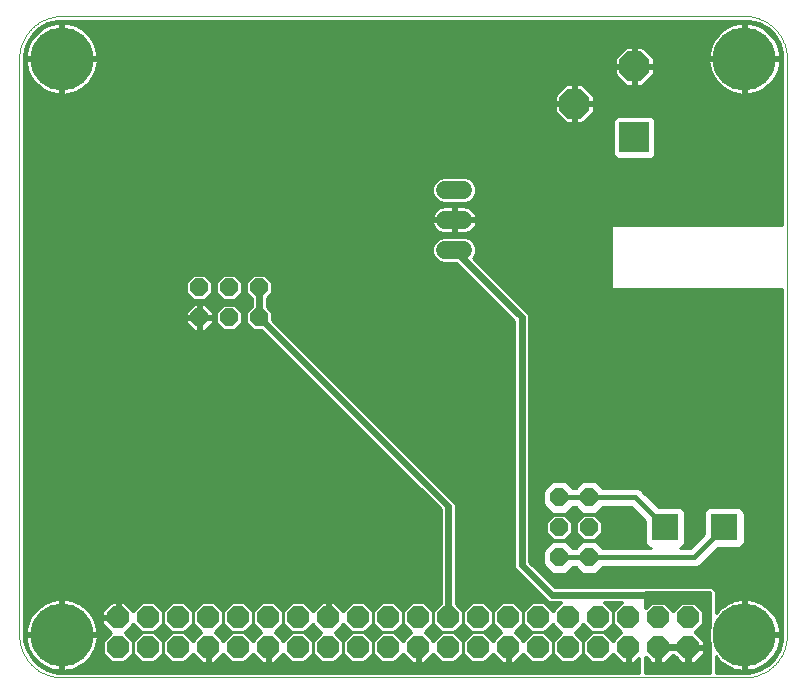
<source format=gbl>
G75*
%MOIN*%
%OFA0B0*%
%FSLAX25Y25*%
%IPPOS*%
%LPD*%
%AMOC8*
5,1,8,0,0,1.08239X$1,22.5*
%
%ADD10C,0.00000*%
%ADD11C,0.21000*%
%ADD12C,0.06000*%
%ADD13R,0.08600X0.08600*%
%ADD14R,0.10000X0.10000*%
%ADD15OC8,0.10000*%
%ADD16OC8,0.07400*%
%ADD17OC8,0.06000*%
%ADD18C,0.01000*%
%ADD19C,0.02000*%
%ADD20C,0.02400*%
%ADD21C,0.01600*%
D10*
X0015673Y0004109D02*
X0243232Y0004109D01*
X0243574Y0004113D01*
X0243917Y0004126D01*
X0244259Y0004146D01*
X0244600Y0004175D01*
X0244940Y0004212D01*
X0245280Y0004258D01*
X0245618Y0004311D01*
X0245955Y0004373D01*
X0246290Y0004443D01*
X0246624Y0004521D01*
X0246955Y0004607D01*
X0247285Y0004701D01*
X0247612Y0004803D01*
X0247936Y0004912D01*
X0248258Y0005030D01*
X0248577Y0005155D01*
X0248892Y0005288D01*
X0249205Y0005429D01*
X0249513Y0005577D01*
X0249819Y0005732D01*
X0250120Y0005895D01*
X0250417Y0006065D01*
X0250710Y0006242D01*
X0250999Y0006427D01*
X0251283Y0006618D01*
X0251563Y0006816D01*
X0251837Y0007020D01*
X0252107Y0007232D01*
X0252371Y0007449D01*
X0252630Y0007673D01*
X0252884Y0007904D01*
X0253132Y0008140D01*
X0253374Y0008382D01*
X0253610Y0008630D01*
X0253841Y0008884D01*
X0254065Y0009143D01*
X0254282Y0009407D01*
X0254494Y0009677D01*
X0254698Y0009951D01*
X0254896Y0010231D01*
X0255087Y0010515D01*
X0255272Y0010804D01*
X0255449Y0011097D01*
X0255619Y0011394D01*
X0255782Y0011695D01*
X0255937Y0012001D01*
X0256085Y0012309D01*
X0256226Y0012622D01*
X0256359Y0012937D01*
X0256484Y0013256D01*
X0256602Y0013578D01*
X0256711Y0013902D01*
X0256813Y0014229D01*
X0256907Y0014559D01*
X0256993Y0014890D01*
X0257071Y0015224D01*
X0257141Y0015559D01*
X0257203Y0015896D01*
X0257256Y0016234D01*
X0257302Y0016574D01*
X0257339Y0016914D01*
X0257368Y0017255D01*
X0257388Y0017597D01*
X0257401Y0017940D01*
X0257405Y0018282D01*
X0257406Y0018282D02*
X0257406Y0210408D01*
X0257405Y0210408D02*
X0257401Y0210750D01*
X0257388Y0211093D01*
X0257368Y0211435D01*
X0257339Y0211776D01*
X0257302Y0212116D01*
X0257256Y0212456D01*
X0257203Y0212794D01*
X0257141Y0213131D01*
X0257071Y0213466D01*
X0256993Y0213800D01*
X0256907Y0214131D01*
X0256813Y0214461D01*
X0256711Y0214788D01*
X0256602Y0215112D01*
X0256484Y0215434D01*
X0256359Y0215753D01*
X0256226Y0216068D01*
X0256085Y0216381D01*
X0255937Y0216689D01*
X0255782Y0216995D01*
X0255619Y0217296D01*
X0255449Y0217593D01*
X0255272Y0217886D01*
X0255087Y0218175D01*
X0254896Y0218459D01*
X0254698Y0218739D01*
X0254494Y0219013D01*
X0254282Y0219283D01*
X0254065Y0219547D01*
X0253841Y0219806D01*
X0253610Y0220060D01*
X0253374Y0220308D01*
X0253132Y0220550D01*
X0252884Y0220786D01*
X0252630Y0221017D01*
X0252371Y0221241D01*
X0252107Y0221458D01*
X0251837Y0221670D01*
X0251563Y0221874D01*
X0251283Y0222072D01*
X0250999Y0222263D01*
X0250710Y0222448D01*
X0250417Y0222625D01*
X0250120Y0222795D01*
X0249819Y0222958D01*
X0249513Y0223113D01*
X0249205Y0223261D01*
X0248892Y0223402D01*
X0248577Y0223535D01*
X0248258Y0223660D01*
X0247936Y0223778D01*
X0247612Y0223887D01*
X0247285Y0223989D01*
X0246955Y0224083D01*
X0246624Y0224169D01*
X0246290Y0224247D01*
X0245955Y0224317D01*
X0245618Y0224379D01*
X0245280Y0224432D01*
X0244940Y0224478D01*
X0244600Y0224515D01*
X0244259Y0224544D01*
X0243917Y0224564D01*
X0243574Y0224577D01*
X0243232Y0224581D01*
X0015673Y0224581D01*
X0015331Y0224577D01*
X0014988Y0224564D01*
X0014646Y0224544D01*
X0014305Y0224515D01*
X0013965Y0224478D01*
X0013625Y0224432D01*
X0013287Y0224379D01*
X0012950Y0224317D01*
X0012615Y0224247D01*
X0012281Y0224169D01*
X0011950Y0224083D01*
X0011620Y0223989D01*
X0011293Y0223887D01*
X0010969Y0223778D01*
X0010647Y0223660D01*
X0010328Y0223535D01*
X0010013Y0223402D01*
X0009700Y0223261D01*
X0009392Y0223113D01*
X0009086Y0222958D01*
X0008785Y0222795D01*
X0008488Y0222625D01*
X0008195Y0222448D01*
X0007906Y0222263D01*
X0007622Y0222072D01*
X0007342Y0221874D01*
X0007068Y0221670D01*
X0006798Y0221458D01*
X0006534Y0221241D01*
X0006275Y0221017D01*
X0006021Y0220786D01*
X0005773Y0220550D01*
X0005531Y0220308D01*
X0005295Y0220060D01*
X0005064Y0219806D01*
X0004840Y0219547D01*
X0004623Y0219283D01*
X0004411Y0219013D01*
X0004207Y0218739D01*
X0004009Y0218459D01*
X0003818Y0218175D01*
X0003633Y0217886D01*
X0003456Y0217593D01*
X0003286Y0217296D01*
X0003123Y0216995D01*
X0002968Y0216689D01*
X0002820Y0216381D01*
X0002679Y0216068D01*
X0002546Y0215753D01*
X0002421Y0215434D01*
X0002303Y0215112D01*
X0002194Y0214788D01*
X0002092Y0214461D01*
X0001998Y0214131D01*
X0001912Y0213800D01*
X0001834Y0213466D01*
X0001764Y0213131D01*
X0001702Y0212794D01*
X0001649Y0212456D01*
X0001603Y0212116D01*
X0001566Y0211776D01*
X0001537Y0211435D01*
X0001517Y0211093D01*
X0001504Y0210750D01*
X0001500Y0210408D01*
X0001500Y0018282D01*
X0001504Y0017940D01*
X0001517Y0017597D01*
X0001537Y0017255D01*
X0001566Y0016914D01*
X0001603Y0016574D01*
X0001649Y0016234D01*
X0001702Y0015896D01*
X0001764Y0015559D01*
X0001834Y0015224D01*
X0001912Y0014890D01*
X0001998Y0014559D01*
X0002092Y0014229D01*
X0002194Y0013902D01*
X0002303Y0013578D01*
X0002421Y0013256D01*
X0002546Y0012937D01*
X0002679Y0012622D01*
X0002820Y0012309D01*
X0002968Y0012001D01*
X0003123Y0011695D01*
X0003286Y0011394D01*
X0003456Y0011097D01*
X0003633Y0010804D01*
X0003818Y0010515D01*
X0004009Y0010231D01*
X0004207Y0009951D01*
X0004411Y0009677D01*
X0004623Y0009407D01*
X0004840Y0009143D01*
X0005064Y0008884D01*
X0005295Y0008630D01*
X0005531Y0008382D01*
X0005773Y0008140D01*
X0006021Y0007904D01*
X0006275Y0007673D01*
X0006534Y0007449D01*
X0006798Y0007232D01*
X0007068Y0007020D01*
X0007342Y0006816D01*
X0007622Y0006618D01*
X0007906Y0006427D01*
X0008195Y0006242D01*
X0008488Y0006065D01*
X0008785Y0005895D01*
X0009086Y0005732D01*
X0009392Y0005577D01*
X0009700Y0005429D01*
X0010013Y0005288D01*
X0010328Y0005155D01*
X0010647Y0005030D01*
X0010969Y0004912D01*
X0011293Y0004803D01*
X0011620Y0004701D01*
X0011950Y0004607D01*
X0012281Y0004521D01*
X0012615Y0004443D01*
X0012950Y0004373D01*
X0013287Y0004311D01*
X0013625Y0004258D01*
X0013965Y0004212D01*
X0014305Y0004175D01*
X0014646Y0004146D01*
X0014988Y0004126D01*
X0015331Y0004113D01*
X0015673Y0004109D01*
D11*
X0015673Y0018282D03*
X0015673Y0210408D03*
X0243232Y0210408D03*
X0243232Y0018282D03*
D12*
X0149500Y0146609D02*
X0143500Y0146609D01*
X0143500Y0156609D02*
X0149500Y0156609D01*
X0149500Y0166609D02*
X0143500Y0166609D01*
D13*
X0216815Y0054109D03*
X0236500Y0054109D03*
D14*
X0206500Y0184109D03*
D15*
X0186500Y0195359D03*
X0206500Y0207859D03*
D16*
X0204441Y0024117D03*
X0194441Y0024117D03*
X0184441Y0024117D03*
X0174441Y0024117D03*
X0164441Y0024117D03*
X0154441Y0024117D03*
X0144441Y0024117D03*
X0134441Y0024117D03*
X0124441Y0024117D03*
X0114441Y0024117D03*
X0104441Y0024117D03*
X0094441Y0024117D03*
X0084441Y0024117D03*
X0074441Y0024117D03*
X0064441Y0024117D03*
X0054441Y0024117D03*
X0044441Y0024117D03*
X0034441Y0024117D03*
X0034441Y0014117D03*
X0044441Y0014117D03*
X0054441Y0014117D03*
X0064441Y0014117D03*
X0074441Y0014117D03*
X0084441Y0014117D03*
X0094441Y0014117D03*
X0104441Y0014117D03*
X0114441Y0014117D03*
X0124441Y0014117D03*
X0134441Y0014117D03*
X0144441Y0014117D03*
X0154441Y0014117D03*
X0164441Y0014117D03*
X0174441Y0014117D03*
X0184441Y0014117D03*
X0194441Y0014117D03*
X0204441Y0014117D03*
X0214441Y0014117D03*
X0224441Y0014117D03*
X0224441Y0024117D03*
X0214441Y0024117D03*
D17*
X0191500Y0044109D03*
X0181500Y0044109D03*
X0181500Y0054109D03*
X0191500Y0054109D03*
X0191500Y0064109D03*
X0181500Y0064109D03*
X0081500Y0124109D03*
X0071500Y0124109D03*
X0061500Y0124109D03*
X0061500Y0134109D03*
X0071500Y0134109D03*
X0081500Y0134109D03*
D18*
X0005619Y0010567D02*
X0007958Y0008228D01*
X0010823Y0006573D01*
X0014019Y0005717D01*
X0015673Y0005609D01*
X0208219Y0005609D01*
X0208219Y0010541D01*
X0206595Y0008917D01*
X0204941Y0008917D01*
X0204941Y0013616D01*
X0203941Y0013616D01*
X0203941Y0008917D01*
X0202287Y0008917D01*
X0199300Y0011904D01*
X0196512Y0009117D01*
X0192370Y0009117D01*
X0189441Y0012045D01*
X0189441Y0016188D01*
X0192370Y0019117D01*
X0196512Y0019117D01*
X0199441Y0022045D01*
X0202228Y0019258D01*
X0199300Y0016329D01*
X0196512Y0019117D01*
X0192370Y0019117D01*
X0189582Y0021904D01*
X0186653Y0018975D01*
X0189441Y0016188D01*
X0189441Y0012045D01*
X0186512Y0009117D01*
X0182370Y0009117D01*
X0179441Y0012045D01*
X0179441Y0016188D01*
X0176512Y0019117D01*
X0179300Y0021904D01*
X0182228Y0018975D01*
X0179441Y0016188D01*
X0179441Y0012045D01*
X0176512Y0009117D01*
X0172370Y0009117D01*
X0169582Y0011904D01*
X0166595Y0008917D01*
X0164941Y0008917D01*
X0164941Y0013616D01*
X0163941Y0013616D01*
X0163941Y0008917D01*
X0162287Y0008917D01*
X0159300Y0011904D01*
X0156512Y0009117D01*
X0152370Y0009117D01*
X0149441Y0012045D01*
X0149441Y0016188D01*
X0152370Y0019117D01*
X0156512Y0019117D01*
X0159441Y0022045D01*
X0159441Y0026188D01*
X0156512Y0029117D01*
X0152370Y0029117D01*
X0149441Y0026188D01*
X0149441Y0022045D01*
X0152370Y0019117D01*
X0156512Y0019117D01*
X0159300Y0016329D01*
X0162228Y0019258D01*
X0159441Y0022045D01*
X0159441Y0026188D01*
X0162370Y0029117D01*
X0166512Y0029117D01*
X0169441Y0026188D01*
X0169441Y0022045D01*
X0166653Y0019258D01*
X0169582Y0016329D01*
X0172370Y0019117D01*
X0176512Y0019117D01*
X0172370Y0019117D01*
X0169441Y0022045D01*
X0169441Y0026188D01*
X0172370Y0029117D01*
X0176512Y0029117D01*
X0179300Y0026329D01*
X0182079Y0029109D01*
X0178503Y0029109D01*
X0177584Y0029489D01*
X0176881Y0030193D01*
X0176881Y0030193D01*
X0167584Y0039489D01*
X0166881Y0040193D01*
X0166500Y0041111D01*
X0166500Y0123073D01*
X0147264Y0142309D01*
X0142645Y0142309D01*
X0141064Y0142963D01*
X0139855Y0144173D01*
X0139200Y0145753D01*
X0139200Y0147464D01*
X0139855Y0149044D01*
X0141064Y0150254D01*
X0142645Y0150909D01*
X0150355Y0150909D01*
X0151936Y0150254D01*
X0153145Y0149044D01*
X0153800Y0147464D01*
X0153800Y0145753D01*
X0153145Y0144173D01*
X0152808Y0143836D01*
X0170416Y0126228D01*
X0171119Y0125525D01*
X0171500Y0124606D01*
X0171500Y0042644D01*
X0180036Y0034109D01*
X0209318Y0034109D01*
X0209449Y0034240D01*
X0232370Y0034240D01*
X0233600Y0033010D01*
X0233600Y0025450D01*
X0234270Y0026291D01*
X0235224Y0027244D01*
X0236277Y0028084D01*
X0237419Y0028801D01*
X0238633Y0029386D01*
X0239905Y0029831D01*
X0241219Y0030131D01*
X0242558Y0030282D01*
X0242732Y0030282D01*
X0242732Y0018782D01*
X0243732Y0018782D01*
X0243732Y0030282D01*
X0243906Y0030282D01*
X0245246Y0030131D01*
X0246560Y0029831D01*
X0247832Y0029386D01*
X0249046Y0028801D01*
X0250187Y0028084D01*
X0251241Y0027244D01*
X0252194Y0026291D01*
X0253034Y0025237D01*
X0253752Y0024096D01*
X0254336Y0022881D01*
X0254781Y0021609D01*
X0255081Y0020295D01*
X0255232Y0018956D01*
X0255232Y0018782D01*
X0243732Y0018782D01*
X0243732Y0017782D01*
X0243732Y0006282D01*
X0243906Y0006282D01*
X0245246Y0006433D01*
X0246560Y0006733D01*
X0247832Y0007178D01*
X0249046Y0007763D01*
X0250187Y0008480D01*
X0251241Y0009320D01*
X0252194Y0010273D01*
X0253034Y0011327D01*
X0253752Y0012468D01*
X0254336Y0013682D01*
X0254781Y0014955D01*
X0255081Y0016269D01*
X0255232Y0017608D01*
X0255232Y0017782D01*
X0243732Y0017782D01*
X0242732Y0017782D01*
X0242732Y0006282D01*
X0242558Y0006282D01*
X0241219Y0006433D01*
X0239905Y0006733D01*
X0238633Y0007178D01*
X0237419Y0007763D01*
X0236277Y0008480D01*
X0235224Y0009320D01*
X0234270Y0010273D01*
X0233600Y0011114D01*
X0233600Y0005609D01*
X0243232Y0005609D01*
X0244886Y0005717D01*
X0248082Y0006573D01*
X0250947Y0008228D01*
X0253287Y0010567D01*
X0254941Y0013432D01*
X0255797Y0016628D01*
X0255906Y0018282D01*
X0255906Y0133636D01*
X0198744Y0133636D01*
X0198744Y0154896D01*
X0255906Y0154896D01*
X0255906Y0210408D01*
X0255797Y0212062D01*
X0254941Y0215258D01*
X0253287Y0218123D01*
X0250947Y0220462D01*
X0248082Y0222116D01*
X0244886Y0222973D01*
X0243232Y0223081D01*
X0015673Y0223081D01*
X0014019Y0222973D01*
X0010823Y0222116D01*
X0007958Y0220462D01*
X0005619Y0218123D01*
X0003965Y0215258D01*
X0003108Y0212062D01*
X0003108Y0212062D01*
X0003000Y0210408D01*
X0003000Y0018282D01*
X0003108Y0016628D01*
X0003965Y0013432D01*
X0005619Y0010567D01*
X0005312Y0011098D02*
X0006053Y0011098D01*
X0005871Y0011327D02*
X0006711Y0010273D01*
X0007664Y0009320D01*
X0008718Y0008480D01*
X0009859Y0007763D01*
X0011074Y0007178D01*
X0012346Y0006733D01*
X0013660Y0006433D01*
X0014999Y0006282D01*
X0015173Y0006282D01*
X0015173Y0017782D01*
X0003673Y0017782D01*
X0003673Y0017608D01*
X0003824Y0016269D01*
X0004124Y0014955D01*
X0004569Y0013682D01*
X0005154Y0012468D01*
X0005871Y0011327D01*
X0005387Y0012097D02*
X0004736Y0012097D01*
X0004852Y0013095D02*
X0004159Y0013095D01*
X0004425Y0014094D02*
X0003787Y0014094D01*
X0003520Y0015092D02*
X0004093Y0015092D01*
X0003865Y0016091D02*
X0003252Y0016091D01*
X0003078Y0017089D02*
X0003732Y0017089D01*
X0003013Y0018088D02*
X0015173Y0018088D01*
X0015173Y0017782D02*
X0015173Y0018782D01*
X0003673Y0018782D01*
X0003673Y0018956D01*
X0003824Y0020295D01*
X0004124Y0021609D01*
X0004569Y0022881D01*
X0005154Y0024096D01*
X0005871Y0025237D01*
X0006711Y0026291D01*
X0007664Y0027244D01*
X0008718Y0028084D01*
X0009859Y0028801D01*
X0011074Y0029386D01*
X0012346Y0029831D01*
X0013660Y0030131D01*
X0014999Y0030282D01*
X0015173Y0030282D01*
X0015173Y0018782D01*
X0016173Y0018782D01*
X0016173Y0030282D01*
X0016347Y0030282D01*
X0017686Y0030131D01*
X0019000Y0029831D01*
X0020273Y0029386D01*
X0021487Y0028801D01*
X0022628Y0028084D01*
X0023682Y0027244D01*
X0024635Y0026291D01*
X0025475Y0025237D01*
X0026192Y0024096D01*
X0026777Y0022881D01*
X0027222Y0021609D01*
X0027522Y0020295D01*
X0027673Y0018956D01*
X0027673Y0018782D01*
X0016173Y0018782D01*
X0016173Y0017782D01*
X0016173Y0006282D01*
X0016347Y0006282D01*
X0017686Y0006433D01*
X0019000Y0006733D01*
X0020273Y0007178D01*
X0021487Y0007763D01*
X0022628Y0008480D01*
X0023682Y0009320D01*
X0024635Y0010273D01*
X0025475Y0011327D01*
X0026192Y0012468D01*
X0026777Y0013682D01*
X0027222Y0014955D01*
X0027522Y0016269D01*
X0027673Y0017608D01*
X0027673Y0017782D01*
X0016173Y0017782D01*
X0015173Y0017782D01*
X0015173Y0017089D02*
X0016173Y0017089D01*
X0016173Y0016091D02*
X0015173Y0016091D01*
X0015173Y0015092D02*
X0016173Y0015092D01*
X0016173Y0014094D02*
X0015173Y0014094D01*
X0015173Y0013095D02*
X0016173Y0013095D01*
X0016173Y0012097D02*
X0015173Y0012097D01*
X0015173Y0011098D02*
X0016173Y0011098D01*
X0016173Y0010100D02*
X0015173Y0010100D01*
X0015173Y0009101D02*
X0016173Y0009101D01*
X0016173Y0008103D02*
X0015173Y0008103D01*
X0015173Y0007104D02*
X0016173Y0007104D01*
X0020062Y0007104D02*
X0208219Y0007104D01*
X0208219Y0006106D02*
X0012569Y0006106D01*
X0011284Y0007104D02*
X0009904Y0007104D01*
X0009318Y0008103D02*
X0008174Y0008103D01*
X0007939Y0009101D02*
X0007085Y0009101D01*
X0006885Y0010100D02*
X0006086Y0010100D01*
X0003688Y0019086D02*
X0003000Y0019086D01*
X0003000Y0020085D02*
X0003800Y0020085D01*
X0004004Y0021083D02*
X0003000Y0021083D01*
X0003000Y0022082D02*
X0004289Y0022082D01*
X0004665Y0023080D02*
X0003000Y0023080D01*
X0003000Y0024079D02*
X0005146Y0024079D01*
X0005771Y0025077D02*
X0003000Y0025077D01*
X0003000Y0026076D02*
X0006540Y0026076D01*
X0007495Y0027074D02*
X0003000Y0027074D01*
X0003000Y0028073D02*
X0008704Y0028073D01*
X0010421Y0029071D02*
X0003000Y0029071D01*
X0003000Y0030070D02*
X0013393Y0030070D01*
X0015173Y0030070D02*
X0016173Y0030070D01*
X0016173Y0029071D02*
X0015173Y0029071D01*
X0015173Y0028073D02*
X0016173Y0028073D01*
X0016173Y0027074D02*
X0015173Y0027074D01*
X0015173Y0026076D02*
X0016173Y0026076D01*
X0016173Y0025077D02*
X0015173Y0025077D01*
X0015173Y0024079D02*
X0016173Y0024079D01*
X0016173Y0023080D02*
X0015173Y0023080D01*
X0015173Y0022082D02*
X0016173Y0022082D01*
X0016173Y0021083D02*
X0015173Y0021083D01*
X0015173Y0020085D02*
X0016173Y0020085D01*
X0016173Y0019086D02*
X0015173Y0019086D01*
X0016173Y0018088D02*
X0031341Y0018088D01*
X0032228Y0018975D02*
X0029441Y0016188D01*
X0029441Y0012045D01*
X0032370Y0009117D01*
X0036512Y0009117D01*
X0039441Y0012045D01*
X0042370Y0009117D01*
X0046512Y0009117D01*
X0049441Y0012045D01*
X0052370Y0009117D01*
X0056512Y0009117D01*
X0059300Y0011904D01*
X0062287Y0008917D01*
X0063941Y0008917D01*
X0063941Y0013616D01*
X0064941Y0013616D01*
X0064941Y0008917D01*
X0066595Y0008917D01*
X0069582Y0011904D01*
X0072370Y0009117D01*
X0076512Y0009117D01*
X0079300Y0011904D01*
X0082287Y0008917D01*
X0083941Y0008917D01*
X0083941Y0013616D01*
X0084941Y0013616D01*
X0084941Y0008917D01*
X0086595Y0008917D01*
X0089582Y0011904D01*
X0092370Y0009117D01*
X0096512Y0009117D01*
X0099441Y0012045D01*
X0102370Y0009117D01*
X0106512Y0009117D01*
X0109441Y0012045D01*
X0112370Y0009117D01*
X0116512Y0009117D01*
X0119441Y0012045D01*
X0122370Y0009117D01*
X0126512Y0009117D01*
X0129300Y0011904D01*
X0132287Y0008917D01*
X0133941Y0008917D01*
X0133941Y0013616D01*
X0134941Y0013616D01*
X0134941Y0008917D01*
X0136595Y0008917D01*
X0139582Y0011904D01*
X0142370Y0009117D01*
X0146512Y0009117D01*
X0149441Y0012045D01*
X0149441Y0016188D01*
X0146512Y0019117D01*
X0149441Y0022045D01*
X0149441Y0026188D01*
X0146941Y0028688D01*
X0146941Y0061665D01*
X0146560Y0062584D01*
X0145857Y0063287D01*
X0085800Y0123344D01*
X0085800Y0125890D01*
X0084000Y0127690D01*
X0084000Y0130528D01*
X0085800Y0132328D01*
X0085800Y0135890D01*
X0083281Y0138409D01*
X0079719Y0138409D01*
X0077200Y0135890D01*
X0077200Y0132328D01*
X0079000Y0130528D01*
X0079000Y0127690D01*
X0077200Y0125890D01*
X0077200Y0122328D01*
X0079719Y0119809D01*
X0082264Y0119809D01*
X0141941Y0060132D01*
X0141941Y0028688D01*
X0139441Y0026188D01*
X0139441Y0022045D01*
X0142370Y0019117D01*
X0146512Y0019117D01*
X0142370Y0019117D01*
X0139582Y0016329D01*
X0136653Y0019258D01*
X0139441Y0022045D01*
X0139441Y0026188D01*
X0136512Y0029117D01*
X0132370Y0029117D01*
X0129441Y0026188D01*
X0126512Y0029117D01*
X0122370Y0029117D01*
X0119441Y0026188D01*
X0119441Y0022045D01*
X0122370Y0019117D01*
X0126512Y0019117D01*
X0129441Y0022045D01*
X0129441Y0026188D01*
X0129441Y0022045D01*
X0132228Y0019258D01*
X0129300Y0016329D01*
X0126512Y0019117D01*
X0122370Y0019117D01*
X0119441Y0016188D01*
X0119441Y0012045D01*
X0119441Y0016188D01*
X0116512Y0019117D01*
X0119441Y0022045D01*
X0119441Y0026188D01*
X0116512Y0029117D01*
X0112370Y0029117D01*
X0109582Y0026329D01*
X0106595Y0029317D01*
X0104941Y0029317D01*
X0104941Y0024617D01*
X0103941Y0024617D01*
X0103941Y0029317D01*
X0102287Y0029317D01*
X0099300Y0026329D01*
X0096512Y0029117D01*
X0092370Y0029117D01*
X0089441Y0026188D01*
X0089441Y0022045D01*
X0092370Y0019117D01*
X0096512Y0019117D01*
X0099300Y0021904D01*
X0102228Y0018975D01*
X0099441Y0016188D01*
X0099441Y0012045D01*
X0099441Y0016188D01*
X0096512Y0019117D01*
X0092370Y0019117D01*
X0089582Y0016329D01*
X0086653Y0019258D01*
X0089441Y0022045D01*
X0089441Y0026188D01*
X0086512Y0029117D01*
X0082370Y0029117D01*
X0079441Y0026188D01*
X0076512Y0029117D01*
X0072370Y0029117D01*
X0069441Y0026188D01*
X0069441Y0022045D01*
X0072370Y0019117D01*
X0076512Y0019117D01*
X0079441Y0022045D01*
X0079441Y0026188D01*
X0079441Y0022045D01*
X0082228Y0019258D01*
X0079300Y0016329D01*
X0076512Y0019117D01*
X0072370Y0019117D01*
X0069582Y0016329D01*
X0066653Y0019258D01*
X0069441Y0022045D01*
X0069441Y0026188D01*
X0066512Y0029117D01*
X0062370Y0029117D01*
X0059441Y0026188D01*
X0056512Y0029117D01*
X0052370Y0029117D01*
X0049441Y0026188D01*
X0049441Y0022045D01*
X0052370Y0019117D01*
X0056512Y0019117D01*
X0059441Y0022045D01*
X0059441Y0026188D01*
X0059441Y0022045D01*
X0062228Y0019258D01*
X0059300Y0016329D01*
X0056512Y0019117D01*
X0052370Y0019117D01*
X0049441Y0016188D01*
X0049441Y0012045D01*
X0049441Y0016188D01*
X0046512Y0019117D01*
X0049441Y0022045D01*
X0049441Y0026188D01*
X0046512Y0029117D01*
X0042370Y0029117D01*
X0039582Y0026329D01*
X0036595Y0029317D01*
X0034941Y0029317D01*
X0034941Y0024617D01*
X0033941Y0024617D01*
X0033941Y0029317D01*
X0032287Y0029317D01*
X0029241Y0026270D01*
X0029241Y0024617D01*
X0033941Y0024617D01*
X0033941Y0023617D01*
X0029241Y0023617D01*
X0029241Y0021963D01*
X0032228Y0018975D01*
X0032117Y0019086D02*
X0027659Y0019086D01*
X0027546Y0020085D02*
X0031119Y0020085D01*
X0030120Y0021083D02*
X0027342Y0021083D01*
X0027057Y0022082D02*
X0029241Y0022082D01*
X0029241Y0023080D02*
X0026681Y0023080D01*
X0026201Y0024079D02*
X0033941Y0024079D01*
X0034441Y0024117D02*
X0029008Y0024117D01*
X0029000Y0024109D01*
X0029000Y0009109D01*
X0030388Y0011098D02*
X0025293Y0011098D01*
X0025959Y0012097D02*
X0029441Y0012097D01*
X0029441Y0013095D02*
X0026494Y0013095D01*
X0026921Y0014094D02*
X0029441Y0014094D01*
X0029441Y0015092D02*
X0027254Y0015092D01*
X0027482Y0016091D02*
X0029441Y0016091D01*
X0030343Y0017089D02*
X0027615Y0017089D01*
X0024462Y0010100D02*
X0031387Y0010100D01*
X0037495Y0010100D02*
X0041387Y0010100D01*
X0040388Y0011098D02*
X0038494Y0011098D01*
X0039441Y0012045D02*
X0039441Y0016188D01*
X0039441Y0012045D01*
X0039441Y0012097D02*
X0039441Y0012097D01*
X0039441Y0013095D02*
X0039441Y0013095D01*
X0039441Y0014094D02*
X0039441Y0014094D01*
X0039441Y0015092D02*
X0039441Y0015092D01*
X0039441Y0016091D02*
X0039441Y0016091D01*
X0039441Y0016188D02*
X0042370Y0019117D01*
X0046512Y0019117D01*
X0042370Y0019117D01*
X0039582Y0021904D01*
X0036653Y0018975D01*
X0039441Y0016188D01*
X0038539Y0017089D02*
X0040343Y0017089D01*
X0041341Y0018088D02*
X0037541Y0018088D01*
X0036765Y0019086D02*
X0042340Y0019086D01*
X0041402Y0020085D02*
X0037763Y0020085D01*
X0038762Y0021083D02*
X0040403Y0021083D01*
X0046542Y0019086D02*
X0052340Y0019086D01*
X0051402Y0020085D02*
X0047480Y0020085D01*
X0048479Y0021083D02*
X0050403Y0021083D01*
X0049441Y0022082D02*
X0049441Y0022082D01*
X0049441Y0023080D02*
X0049441Y0023080D01*
X0049441Y0024079D02*
X0049441Y0024079D01*
X0049441Y0025077D02*
X0049441Y0025077D01*
X0049441Y0026076D02*
X0049441Y0026076D01*
X0048554Y0027074D02*
X0050328Y0027074D01*
X0051326Y0028073D02*
X0047556Y0028073D01*
X0046557Y0029071D02*
X0052325Y0029071D01*
X0056557Y0029071D02*
X0062325Y0029071D01*
X0061326Y0028073D02*
X0057556Y0028073D01*
X0058554Y0027074D02*
X0060328Y0027074D01*
X0059441Y0026076D02*
X0059441Y0026076D01*
X0059441Y0025077D02*
X0059441Y0025077D01*
X0059441Y0024079D02*
X0059441Y0024079D01*
X0059441Y0023080D02*
X0059441Y0023080D01*
X0059441Y0022082D02*
X0059441Y0022082D01*
X0058479Y0021083D02*
X0060403Y0021083D01*
X0061402Y0020085D02*
X0057480Y0020085D01*
X0056542Y0019086D02*
X0062057Y0019086D01*
X0061058Y0018088D02*
X0057541Y0018088D01*
X0058539Y0017089D02*
X0060060Y0017089D01*
X0063941Y0013095D02*
X0064941Y0013095D01*
X0064941Y0012097D02*
X0063941Y0012097D01*
X0063941Y0011098D02*
X0064941Y0011098D01*
X0064941Y0010100D02*
X0063941Y0010100D01*
X0063941Y0009101D02*
X0064941Y0009101D01*
X0066780Y0009101D02*
X0082102Y0009101D01*
X0081104Y0010100D02*
X0077495Y0010100D01*
X0078494Y0011098D02*
X0080105Y0011098D01*
X0083941Y0011098D02*
X0084941Y0011098D01*
X0084941Y0010100D02*
X0083941Y0010100D01*
X0083941Y0009101D02*
X0084941Y0009101D01*
X0086780Y0009101D02*
X0132102Y0009101D01*
X0131104Y0010100D02*
X0127495Y0010100D01*
X0128494Y0011098D02*
X0130105Y0011098D01*
X0133941Y0011098D02*
X0134941Y0011098D01*
X0134941Y0010100D02*
X0133941Y0010100D01*
X0133941Y0009101D02*
X0134941Y0009101D01*
X0136780Y0009101D02*
X0162102Y0009101D01*
X0161104Y0010100D02*
X0157495Y0010100D01*
X0158494Y0011098D02*
X0160105Y0011098D01*
X0163941Y0011098D02*
X0164941Y0011098D01*
X0164941Y0010100D02*
X0163941Y0010100D01*
X0163941Y0009101D02*
X0164941Y0009101D01*
X0166780Y0009101D02*
X0202102Y0009101D01*
X0201104Y0010100D02*
X0197495Y0010100D01*
X0198494Y0011098D02*
X0200105Y0011098D01*
X0203941Y0011098D02*
X0204941Y0011098D01*
X0204941Y0010100D02*
X0203941Y0010100D01*
X0203941Y0009101D02*
X0204941Y0009101D01*
X0206780Y0009101D02*
X0208219Y0009101D01*
X0208219Y0008103D02*
X0022028Y0008103D01*
X0023408Y0009101D02*
X0062102Y0009101D01*
X0061104Y0010100D02*
X0057495Y0010100D01*
X0058494Y0011098D02*
X0060105Y0011098D01*
X0067778Y0010100D02*
X0071387Y0010100D01*
X0070388Y0011098D02*
X0068777Y0011098D01*
X0068822Y0017089D02*
X0070343Y0017089D01*
X0071341Y0018088D02*
X0067824Y0018088D01*
X0066825Y0019086D02*
X0072340Y0019086D01*
X0071402Y0020085D02*
X0067480Y0020085D01*
X0068479Y0021083D02*
X0070403Y0021083D01*
X0069441Y0022082D02*
X0069441Y0022082D01*
X0069441Y0023080D02*
X0069441Y0023080D01*
X0069441Y0024079D02*
X0069441Y0024079D01*
X0069441Y0025077D02*
X0069441Y0025077D01*
X0069441Y0026076D02*
X0069441Y0026076D01*
X0068554Y0027074D02*
X0070328Y0027074D01*
X0071326Y0028073D02*
X0067556Y0028073D01*
X0066557Y0029071D02*
X0072325Y0029071D01*
X0076557Y0029071D02*
X0082325Y0029071D01*
X0081326Y0028073D02*
X0077556Y0028073D01*
X0078554Y0027074D02*
X0080328Y0027074D01*
X0079441Y0026076D02*
X0079441Y0026076D01*
X0079441Y0025077D02*
X0079441Y0025077D01*
X0079441Y0024079D02*
X0079441Y0024079D01*
X0079441Y0023080D02*
X0079441Y0023080D01*
X0079441Y0022082D02*
X0079441Y0022082D01*
X0078479Y0021083D02*
X0080403Y0021083D01*
X0081402Y0020085D02*
X0077480Y0020085D01*
X0076542Y0019086D02*
X0082057Y0019086D01*
X0081058Y0018088D02*
X0077541Y0018088D01*
X0078539Y0017089D02*
X0080060Y0017089D01*
X0083941Y0013095D02*
X0084941Y0013095D01*
X0084941Y0012097D02*
X0083941Y0012097D01*
X0087778Y0010100D02*
X0091387Y0010100D01*
X0090388Y0011098D02*
X0088777Y0011098D01*
X0088822Y0017089D02*
X0090343Y0017089D01*
X0091341Y0018088D02*
X0087824Y0018088D01*
X0086825Y0019086D02*
X0092340Y0019086D01*
X0091402Y0020085D02*
X0087480Y0020085D01*
X0088479Y0021083D02*
X0090403Y0021083D01*
X0089441Y0022082D02*
X0089441Y0022082D01*
X0089441Y0023080D02*
X0089441Y0023080D01*
X0089441Y0024079D02*
X0089441Y0024079D01*
X0089441Y0025077D02*
X0089441Y0025077D01*
X0089441Y0026076D02*
X0089441Y0026076D01*
X0088554Y0027074D02*
X0090328Y0027074D01*
X0091326Y0028073D02*
X0087556Y0028073D01*
X0086557Y0029071D02*
X0092325Y0029071D01*
X0096557Y0029071D02*
X0102042Y0029071D01*
X0101043Y0028073D02*
X0097556Y0028073D01*
X0098554Y0027074D02*
X0100045Y0027074D01*
X0103941Y0027074D02*
X0104941Y0027074D01*
X0104941Y0026076D02*
X0103941Y0026076D01*
X0103941Y0025077D02*
X0104941Y0025077D01*
X0104941Y0028073D02*
X0103941Y0028073D01*
X0103941Y0029071D02*
X0104941Y0029071D01*
X0106840Y0029071D02*
X0112325Y0029071D01*
X0111326Y0028073D02*
X0107838Y0028073D01*
X0108837Y0027074D02*
X0110328Y0027074D01*
X0109582Y0021904D02*
X0112370Y0019117D01*
X0116512Y0019117D01*
X0112370Y0019117D01*
X0109441Y0016188D01*
X0109441Y0012045D01*
X0109441Y0016188D01*
X0106653Y0018975D01*
X0109582Y0021904D01*
X0108762Y0021083D02*
X0110403Y0021083D01*
X0111402Y0020085D02*
X0107763Y0020085D01*
X0106765Y0019086D02*
X0112340Y0019086D01*
X0111341Y0018088D02*
X0107541Y0018088D01*
X0108539Y0017089D02*
X0110343Y0017089D01*
X0109441Y0016091D02*
X0109441Y0016091D01*
X0109441Y0015092D02*
X0109441Y0015092D01*
X0109441Y0014094D02*
X0109441Y0014094D01*
X0109441Y0013095D02*
X0109441Y0013095D01*
X0109441Y0012097D02*
X0109441Y0012097D01*
X0108494Y0011098D02*
X0110388Y0011098D01*
X0111387Y0010100D02*
X0107495Y0010100D01*
X0101387Y0010100D02*
X0097495Y0010100D01*
X0098494Y0011098D02*
X0100388Y0011098D01*
X0099441Y0012097D02*
X0099441Y0012097D01*
X0099441Y0013095D02*
X0099441Y0013095D01*
X0099441Y0014094D02*
X0099441Y0014094D01*
X0099441Y0015092D02*
X0099441Y0015092D01*
X0099441Y0016091D02*
X0099441Y0016091D01*
X0098539Y0017089D02*
X0100343Y0017089D01*
X0101341Y0018088D02*
X0097541Y0018088D01*
X0096542Y0019086D02*
X0102117Y0019086D01*
X0101119Y0020085D02*
X0097480Y0020085D01*
X0098479Y0021083D02*
X0100120Y0021083D01*
X0116542Y0019086D02*
X0122340Y0019086D01*
X0121402Y0020085D02*
X0117480Y0020085D01*
X0118479Y0021083D02*
X0120403Y0021083D01*
X0119441Y0022082D02*
X0119441Y0022082D01*
X0119441Y0023080D02*
X0119441Y0023080D01*
X0119441Y0024079D02*
X0119441Y0024079D01*
X0119441Y0025077D02*
X0119441Y0025077D01*
X0119441Y0026076D02*
X0119441Y0026076D01*
X0118554Y0027074D02*
X0120328Y0027074D01*
X0121326Y0028073D02*
X0117556Y0028073D01*
X0116557Y0029071D02*
X0122325Y0029071D01*
X0126557Y0029071D02*
X0132325Y0029071D01*
X0131326Y0028073D02*
X0127556Y0028073D01*
X0128554Y0027074D02*
X0130328Y0027074D01*
X0129441Y0026076D02*
X0129441Y0026076D01*
X0129441Y0025077D02*
X0129441Y0025077D01*
X0129441Y0024079D02*
X0129441Y0024079D01*
X0129441Y0023080D02*
X0129441Y0023080D01*
X0129441Y0022082D02*
X0129441Y0022082D01*
X0128479Y0021083D02*
X0130403Y0021083D01*
X0131402Y0020085D02*
X0127480Y0020085D01*
X0126542Y0019086D02*
X0132057Y0019086D01*
X0131058Y0018088D02*
X0127541Y0018088D01*
X0128539Y0017089D02*
X0130060Y0017089D01*
X0133941Y0013095D02*
X0134941Y0013095D01*
X0134941Y0012097D02*
X0133941Y0012097D01*
X0137778Y0010100D02*
X0141387Y0010100D01*
X0140388Y0011098D02*
X0138777Y0011098D01*
X0138822Y0017089D02*
X0140343Y0017089D01*
X0141341Y0018088D02*
X0137824Y0018088D01*
X0136825Y0019086D02*
X0142340Y0019086D01*
X0141402Y0020085D02*
X0137480Y0020085D01*
X0138479Y0021083D02*
X0140403Y0021083D01*
X0139441Y0022082D02*
X0139441Y0022082D01*
X0139441Y0023080D02*
X0139441Y0023080D01*
X0139441Y0024079D02*
X0139441Y0024079D01*
X0139441Y0025077D02*
X0139441Y0025077D01*
X0139441Y0026076D02*
X0139441Y0026076D01*
X0138554Y0027074D02*
X0140328Y0027074D01*
X0141326Y0028073D02*
X0137556Y0028073D01*
X0136557Y0029071D02*
X0141941Y0029071D01*
X0141941Y0030070D02*
X0017954Y0030070D01*
X0020926Y0029071D02*
X0032042Y0029071D01*
X0031043Y0028073D02*
X0022642Y0028073D01*
X0023851Y0027074D02*
X0030045Y0027074D01*
X0029241Y0026076D02*
X0024806Y0026076D01*
X0025576Y0025077D02*
X0029241Y0025077D01*
X0033941Y0025077D02*
X0034941Y0025077D01*
X0034941Y0026076D02*
X0033941Y0026076D01*
X0033941Y0027074D02*
X0034941Y0027074D01*
X0034941Y0028073D02*
X0033941Y0028073D01*
X0033941Y0029071D02*
X0034941Y0029071D01*
X0036840Y0029071D02*
X0042325Y0029071D01*
X0041326Y0028073D02*
X0037838Y0028073D01*
X0038837Y0027074D02*
X0040328Y0027074D01*
X0047541Y0018088D02*
X0051341Y0018088D01*
X0050343Y0017089D02*
X0048539Y0017089D01*
X0049441Y0016091D02*
X0049441Y0016091D01*
X0049441Y0015092D02*
X0049441Y0015092D01*
X0049441Y0014094D02*
X0049441Y0014094D01*
X0049441Y0013095D02*
X0049441Y0013095D01*
X0049441Y0012097D02*
X0049441Y0012097D01*
X0048494Y0011098D02*
X0050388Y0011098D01*
X0051387Y0010100D02*
X0047495Y0010100D01*
X0003000Y0031068D02*
X0141941Y0031068D01*
X0141941Y0032067D02*
X0003000Y0032067D01*
X0003000Y0033065D02*
X0141941Y0033065D01*
X0141941Y0034064D02*
X0003000Y0034064D01*
X0003000Y0035063D02*
X0141941Y0035063D01*
X0141941Y0036061D02*
X0003000Y0036061D01*
X0003000Y0037060D02*
X0141941Y0037060D01*
X0141941Y0038058D02*
X0003000Y0038058D01*
X0003000Y0039057D02*
X0141941Y0039057D01*
X0141941Y0040055D02*
X0003000Y0040055D01*
X0003000Y0041054D02*
X0141941Y0041054D01*
X0141941Y0042052D02*
X0003000Y0042052D01*
X0003000Y0043051D02*
X0141941Y0043051D01*
X0141941Y0044049D02*
X0003000Y0044049D01*
X0003000Y0045048D02*
X0141941Y0045048D01*
X0141941Y0046046D02*
X0003000Y0046046D01*
X0003000Y0047045D02*
X0141941Y0047045D01*
X0141941Y0048043D02*
X0003000Y0048043D01*
X0003000Y0049042D02*
X0141941Y0049042D01*
X0141941Y0050040D02*
X0003000Y0050040D01*
X0003000Y0051039D02*
X0141941Y0051039D01*
X0141941Y0052037D02*
X0003000Y0052037D01*
X0003000Y0053036D02*
X0141941Y0053036D01*
X0141941Y0054034D02*
X0003000Y0054034D01*
X0003000Y0055033D02*
X0141941Y0055033D01*
X0141941Y0056031D02*
X0003000Y0056031D01*
X0003000Y0057030D02*
X0141941Y0057030D01*
X0141941Y0058028D02*
X0003000Y0058028D01*
X0003000Y0059027D02*
X0141941Y0059027D01*
X0141941Y0060025D02*
X0003000Y0060025D01*
X0003000Y0061024D02*
X0141049Y0061024D01*
X0140051Y0062022D02*
X0003000Y0062022D01*
X0003000Y0063021D02*
X0139052Y0063021D01*
X0138054Y0064019D02*
X0003000Y0064019D01*
X0003000Y0065018D02*
X0137055Y0065018D01*
X0136057Y0066016D02*
X0003000Y0066016D01*
X0003000Y0067015D02*
X0135058Y0067015D01*
X0134060Y0068013D02*
X0003000Y0068013D01*
X0003000Y0069012D02*
X0133061Y0069012D01*
X0132063Y0070010D02*
X0003000Y0070010D01*
X0003000Y0071009D02*
X0131064Y0071009D01*
X0130066Y0072007D02*
X0003000Y0072007D01*
X0003000Y0073006D02*
X0129067Y0073006D01*
X0128069Y0074004D02*
X0003000Y0074004D01*
X0003000Y0075003D02*
X0127070Y0075003D01*
X0126072Y0076001D02*
X0003000Y0076001D01*
X0003000Y0077000D02*
X0125073Y0077000D01*
X0124075Y0077998D02*
X0003000Y0077998D01*
X0003000Y0078997D02*
X0123076Y0078997D01*
X0122078Y0079996D02*
X0003000Y0079996D01*
X0003000Y0080994D02*
X0121079Y0080994D01*
X0120081Y0081993D02*
X0003000Y0081993D01*
X0003000Y0082991D02*
X0119082Y0082991D01*
X0118084Y0083990D02*
X0003000Y0083990D01*
X0003000Y0084988D02*
X0117085Y0084988D01*
X0116087Y0085987D02*
X0003000Y0085987D01*
X0003000Y0086985D02*
X0115088Y0086985D01*
X0114090Y0087984D02*
X0003000Y0087984D01*
X0003000Y0088982D02*
X0113091Y0088982D01*
X0112092Y0089981D02*
X0003000Y0089981D01*
X0003000Y0090979D02*
X0111094Y0090979D01*
X0110095Y0091978D02*
X0003000Y0091978D01*
X0003000Y0092976D02*
X0109097Y0092976D01*
X0108098Y0093975D02*
X0003000Y0093975D01*
X0003000Y0094973D02*
X0107100Y0094973D01*
X0106101Y0095972D02*
X0003000Y0095972D01*
X0003000Y0096970D02*
X0105103Y0096970D01*
X0104104Y0097969D02*
X0003000Y0097969D01*
X0003000Y0098967D02*
X0103106Y0098967D01*
X0102107Y0099966D02*
X0003000Y0099966D01*
X0003000Y0100964D02*
X0101109Y0100964D01*
X0100110Y0101963D02*
X0003000Y0101963D01*
X0003000Y0102961D02*
X0099112Y0102961D01*
X0098113Y0103960D02*
X0003000Y0103960D01*
X0003000Y0104958D02*
X0097115Y0104958D01*
X0096116Y0105957D02*
X0003000Y0105957D01*
X0003000Y0106955D02*
X0095118Y0106955D01*
X0094119Y0107954D02*
X0003000Y0107954D01*
X0003000Y0108952D02*
X0093121Y0108952D01*
X0092122Y0109951D02*
X0003000Y0109951D01*
X0003000Y0110949D02*
X0091124Y0110949D01*
X0090125Y0111948D02*
X0003000Y0111948D01*
X0003000Y0112946D02*
X0089127Y0112946D01*
X0088128Y0113945D02*
X0003000Y0113945D01*
X0003000Y0114943D02*
X0087130Y0114943D01*
X0086131Y0115942D02*
X0003000Y0115942D01*
X0003000Y0116940D02*
X0085133Y0116940D01*
X0084134Y0117939D02*
X0003000Y0117939D01*
X0003000Y0118937D02*
X0083136Y0118937D01*
X0087211Y0121933D02*
X0166500Y0121933D01*
X0166500Y0120934D02*
X0088210Y0120934D01*
X0089208Y0119936D02*
X0166500Y0119936D01*
X0166500Y0118937D02*
X0090207Y0118937D01*
X0091205Y0117939D02*
X0166500Y0117939D01*
X0166500Y0116940D02*
X0092204Y0116940D01*
X0093202Y0115942D02*
X0166500Y0115942D01*
X0166500Y0114943D02*
X0094201Y0114943D01*
X0095199Y0113945D02*
X0166500Y0113945D01*
X0166500Y0112946D02*
X0096198Y0112946D01*
X0097196Y0111948D02*
X0166500Y0111948D01*
X0166500Y0110949D02*
X0098195Y0110949D01*
X0099193Y0109951D02*
X0166500Y0109951D01*
X0166500Y0108952D02*
X0100192Y0108952D01*
X0101190Y0107954D02*
X0166500Y0107954D01*
X0166500Y0106955D02*
X0102189Y0106955D01*
X0103187Y0105957D02*
X0166500Y0105957D01*
X0166500Y0104958D02*
X0104186Y0104958D01*
X0105184Y0103960D02*
X0166500Y0103960D01*
X0166500Y0102961D02*
X0106183Y0102961D01*
X0107181Y0101963D02*
X0166500Y0101963D01*
X0166500Y0100964D02*
X0108180Y0100964D01*
X0109178Y0099966D02*
X0166500Y0099966D01*
X0166500Y0098967D02*
X0110177Y0098967D01*
X0111175Y0097969D02*
X0166500Y0097969D01*
X0166500Y0096970D02*
X0112174Y0096970D01*
X0113172Y0095972D02*
X0166500Y0095972D01*
X0166500Y0094973D02*
X0114171Y0094973D01*
X0115169Y0093975D02*
X0166500Y0093975D01*
X0166500Y0092976D02*
X0116168Y0092976D01*
X0117167Y0091978D02*
X0166500Y0091978D01*
X0166500Y0090979D02*
X0118165Y0090979D01*
X0119164Y0089981D02*
X0166500Y0089981D01*
X0166500Y0088982D02*
X0120162Y0088982D01*
X0121161Y0087984D02*
X0166500Y0087984D01*
X0166500Y0086985D02*
X0122159Y0086985D01*
X0123158Y0085987D02*
X0166500Y0085987D01*
X0166500Y0084988D02*
X0124156Y0084988D01*
X0125155Y0083990D02*
X0166500Y0083990D01*
X0166500Y0082991D02*
X0126153Y0082991D01*
X0127152Y0081993D02*
X0166500Y0081993D01*
X0166500Y0080994D02*
X0128150Y0080994D01*
X0129149Y0079996D02*
X0166500Y0079996D01*
X0166500Y0078997D02*
X0130147Y0078997D01*
X0131146Y0077998D02*
X0166500Y0077998D01*
X0166500Y0077000D02*
X0132144Y0077000D01*
X0133143Y0076001D02*
X0166500Y0076001D01*
X0166500Y0075003D02*
X0134141Y0075003D01*
X0135140Y0074004D02*
X0166500Y0074004D01*
X0166500Y0073006D02*
X0136138Y0073006D01*
X0137137Y0072007D02*
X0166500Y0072007D01*
X0166500Y0071009D02*
X0138135Y0071009D01*
X0139134Y0070010D02*
X0166500Y0070010D01*
X0166500Y0069012D02*
X0140132Y0069012D01*
X0141131Y0068013D02*
X0166500Y0068013D01*
X0166500Y0067015D02*
X0142129Y0067015D01*
X0143128Y0066016D02*
X0166500Y0066016D01*
X0166500Y0065018D02*
X0144126Y0065018D01*
X0145125Y0064019D02*
X0166500Y0064019D01*
X0166500Y0063021D02*
X0146123Y0063021D01*
X0145857Y0063287D02*
X0145857Y0063287D01*
X0146793Y0062022D02*
X0166500Y0062022D01*
X0166500Y0061024D02*
X0146941Y0061024D01*
X0146941Y0060025D02*
X0166500Y0060025D01*
X0166500Y0059027D02*
X0146941Y0059027D01*
X0146941Y0058028D02*
X0166500Y0058028D01*
X0166500Y0057030D02*
X0146941Y0057030D01*
X0146941Y0056031D02*
X0166500Y0056031D01*
X0166500Y0055033D02*
X0146941Y0055033D01*
X0146941Y0054034D02*
X0166500Y0054034D01*
X0166500Y0053036D02*
X0146941Y0053036D01*
X0146941Y0052037D02*
X0166500Y0052037D01*
X0166500Y0051039D02*
X0146941Y0051039D01*
X0146941Y0050040D02*
X0166500Y0050040D01*
X0166500Y0049042D02*
X0146941Y0049042D01*
X0146941Y0048043D02*
X0166500Y0048043D01*
X0166500Y0047045D02*
X0146941Y0047045D01*
X0146941Y0046046D02*
X0166500Y0046046D01*
X0166500Y0045048D02*
X0146941Y0045048D01*
X0146941Y0044049D02*
X0166500Y0044049D01*
X0166500Y0043051D02*
X0146941Y0043051D01*
X0146941Y0042052D02*
X0166500Y0042052D01*
X0166524Y0041054D02*
X0146941Y0041054D01*
X0146941Y0040055D02*
X0167018Y0040055D01*
X0168017Y0039057D02*
X0146941Y0039057D01*
X0146941Y0038058D02*
X0169015Y0038058D01*
X0170014Y0037060D02*
X0146941Y0037060D01*
X0146941Y0036061D02*
X0171012Y0036061D01*
X0172011Y0035063D02*
X0146941Y0035063D01*
X0146941Y0034064D02*
X0173009Y0034064D01*
X0174008Y0033065D02*
X0146941Y0033065D01*
X0146941Y0032067D02*
X0175006Y0032067D01*
X0176005Y0031068D02*
X0146941Y0031068D01*
X0146941Y0030070D02*
X0177003Y0030070D01*
X0176557Y0029071D02*
X0182042Y0029071D01*
X0181043Y0028073D02*
X0177556Y0028073D01*
X0178554Y0027074D02*
X0180045Y0027074D01*
X0180120Y0021083D02*
X0178479Y0021083D01*
X0177480Y0020085D02*
X0181119Y0020085D01*
X0182117Y0019086D02*
X0176542Y0019086D01*
X0177541Y0018088D02*
X0181341Y0018088D01*
X0180343Y0017089D02*
X0178539Y0017089D01*
X0179441Y0016091D02*
X0179441Y0016091D01*
X0179441Y0015092D02*
X0179441Y0015092D01*
X0179441Y0014094D02*
X0179441Y0014094D01*
X0179441Y0013095D02*
X0179441Y0013095D01*
X0179441Y0012097D02*
X0179441Y0012097D01*
X0178494Y0011098D02*
X0180388Y0011098D01*
X0181387Y0010100D02*
X0177495Y0010100D01*
X0171387Y0010100D02*
X0167778Y0010100D01*
X0168777Y0011098D02*
X0170388Y0011098D01*
X0164941Y0012097D02*
X0163941Y0012097D01*
X0163941Y0013095D02*
X0164941Y0013095D01*
X0168822Y0017089D02*
X0170343Y0017089D01*
X0171341Y0018088D02*
X0167824Y0018088D01*
X0166825Y0019086D02*
X0172340Y0019086D01*
X0171402Y0020085D02*
X0167480Y0020085D01*
X0168479Y0021083D02*
X0170403Y0021083D01*
X0169441Y0022082D02*
X0169441Y0022082D01*
X0169441Y0023080D02*
X0169441Y0023080D01*
X0169441Y0024079D02*
X0169441Y0024079D01*
X0169441Y0025077D02*
X0169441Y0025077D01*
X0169441Y0026076D02*
X0169441Y0026076D01*
X0168554Y0027074D02*
X0170328Y0027074D01*
X0171326Y0028073D02*
X0167556Y0028073D01*
X0166557Y0029071D02*
X0172325Y0029071D01*
X0179082Y0035063D02*
X0255906Y0035063D01*
X0255906Y0036061D02*
X0178083Y0036061D01*
X0177085Y0037060D02*
X0255906Y0037060D01*
X0255906Y0038058D02*
X0176086Y0038058D01*
X0175088Y0039057D02*
X0178818Y0039057D01*
X0179235Y0038640D02*
X0183765Y0038640D01*
X0185965Y0040840D01*
X0187035Y0040840D01*
X0189235Y0038640D01*
X0193765Y0038640D01*
X0195965Y0040840D01*
X0227150Y0040840D01*
X0228351Y0041338D01*
X0229271Y0042257D01*
X0229271Y0042257D01*
X0234354Y0047340D01*
X0241291Y0047340D01*
X0242198Y0047716D01*
X0242893Y0048410D01*
X0243268Y0049318D01*
X0243268Y0058900D01*
X0242893Y0059807D01*
X0242198Y0060501D01*
X0241291Y0060877D01*
X0231709Y0060877D01*
X0230802Y0060501D01*
X0230107Y0059807D01*
X0229731Y0058900D01*
X0229731Y0051962D01*
X0225146Y0047377D01*
X0221695Y0047377D01*
X0222513Y0047716D01*
X0223208Y0048410D01*
X0223583Y0049318D01*
X0223583Y0058900D01*
X0223208Y0059807D01*
X0222513Y0060501D01*
X0221606Y0060877D01*
X0214669Y0060877D01*
X0209586Y0065960D01*
X0208666Y0066880D01*
X0207465Y0067377D01*
X0195965Y0067377D01*
X0193765Y0069577D01*
X0189235Y0069577D01*
X0187035Y0067377D01*
X0185965Y0067377D01*
X0183765Y0069577D01*
X0179235Y0069577D01*
X0176031Y0066374D01*
X0176031Y0061844D01*
X0179235Y0058640D01*
X0183765Y0058640D01*
X0185965Y0060840D01*
X0187035Y0060840D01*
X0189235Y0058640D01*
X0193765Y0058640D01*
X0195965Y0060840D01*
X0205461Y0060840D01*
X0210046Y0056255D01*
X0210046Y0049318D01*
X0210422Y0048410D01*
X0211117Y0047716D01*
X0211935Y0047377D01*
X0195965Y0047377D01*
X0193765Y0049577D01*
X0189235Y0049577D01*
X0187035Y0047377D01*
X0185965Y0047377D01*
X0183765Y0049577D01*
X0179235Y0049577D01*
X0176031Y0046374D01*
X0176031Y0041844D01*
X0179235Y0038640D01*
X0177820Y0040055D02*
X0174089Y0040055D01*
X0173091Y0041054D02*
X0176821Y0041054D01*
X0176031Y0042052D02*
X0172092Y0042052D01*
X0171500Y0043051D02*
X0176031Y0043051D01*
X0176031Y0044049D02*
X0171500Y0044049D01*
X0171500Y0045048D02*
X0176031Y0045048D01*
X0176031Y0046046D02*
X0171500Y0046046D01*
X0171500Y0047045D02*
X0176702Y0047045D01*
X0177701Y0048043D02*
X0171500Y0048043D01*
X0171500Y0049042D02*
X0178699Y0049042D01*
X0179487Y0050040D02*
X0171500Y0050040D01*
X0171500Y0051039D02*
X0178489Y0051039D01*
X0177490Y0052037D02*
X0171500Y0052037D01*
X0171500Y0053036D02*
X0177200Y0053036D01*
X0177200Y0052328D02*
X0179719Y0049809D01*
X0183281Y0049809D01*
X0185800Y0052328D01*
X0185800Y0055890D01*
X0183281Y0058409D01*
X0179719Y0058409D01*
X0177200Y0055890D01*
X0177200Y0052328D01*
X0177200Y0054034D02*
X0171500Y0054034D01*
X0171500Y0055033D02*
X0177200Y0055033D01*
X0177341Y0056031D02*
X0171500Y0056031D01*
X0171500Y0057030D02*
X0178340Y0057030D01*
X0179339Y0058028D02*
X0171500Y0058028D01*
X0171500Y0059027D02*
X0178848Y0059027D01*
X0177850Y0060025D02*
X0171500Y0060025D01*
X0171500Y0061024D02*
X0176851Y0061024D01*
X0176031Y0062022D02*
X0171500Y0062022D01*
X0171500Y0063021D02*
X0176031Y0063021D01*
X0176031Y0064019D02*
X0171500Y0064019D01*
X0171500Y0065018D02*
X0176031Y0065018D01*
X0176031Y0066016D02*
X0171500Y0066016D01*
X0171500Y0067015D02*
X0176673Y0067015D01*
X0177671Y0068013D02*
X0171500Y0068013D01*
X0171500Y0069012D02*
X0178670Y0069012D01*
X0171500Y0070010D02*
X0255906Y0070010D01*
X0255906Y0069012D02*
X0194330Y0069012D01*
X0195329Y0068013D02*
X0255906Y0068013D01*
X0255906Y0067015D02*
X0208340Y0067015D01*
X0209530Y0066016D02*
X0255906Y0066016D01*
X0255906Y0065018D02*
X0210528Y0065018D01*
X0211527Y0064019D02*
X0255906Y0064019D01*
X0255906Y0063021D02*
X0212525Y0063021D01*
X0213524Y0062022D02*
X0255906Y0062022D01*
X0255906Y0061024D02*
X0214522Y0061024D01*
X0209271Y0057030D02*
X0194660Y0057030D01*
X0193661Y0058028D02*
X0208273Y0058028D01*
X0207274Y0059027D02*
X0194152Y0059027D01*
X0193281Y0058409D02*
X0189719Y0058409D01*
X0187200Y0055890D01*
X0187200Y0052328D01*
X0189719Y0049809D01*
X0193281Y0049809D01*
X0195800Y0052328D01*
X0195800Y0055890D01*
X0193281Y0058409D01*
X0195150Y0060025D02*
X0206276Y0060025D01*
X0210046Y0056031D02*
X0195659Y0056031D01*
X0195800Y0055033D02*
X0210046Y0055033D01*
X0210046Y0054034D02*
X0195800Y0054034D01*
X0195800Y0053036D02*
X0210046Y0053036D01*
X0210046Y0052037D02*
X0195510Y0052037D01*
X0194511Y0051039D02*
X0210046Y0051039D01*
X0210046Y0050040D02*
X0193513Y0050040D01*
X0194301Y0049042D02*
X0210161Y0049042D01*
X0210789Y0048043D02*
X0195299Y0048043D01*
X0189487Y0050040D02*
X0183513Y0050040D01*
X0184301Y0049042D02*
X0188699Y0049042D01*
X0187701Y0048043D02*
X0185299Y0048043D01*
X0184511Y0051039D02*
X0188489Y0051039D01*
X0187490Y0052037D02*
X0185510Y0052037D01*
X0185800Y0053036D02*
X0187200Y0053036D01*
X0187200Y0054034D02*
X0185800Y0054034D01*
X0185800Y0055033D02*
X0187200Y0055033D01*
X0187341Y0056031D02*
X0185659Y0056031D01*
X0184660Y0057030D02*
X0188340Y0057030D01*
X0189339Y0058028D02*
X0183661Y0058028D01*
X0184152Y0059027D02*
X0188848Y0059027D01*
X0187850Y0060025D02*
X0185150Y0060025D01*
X0185329Y0068013D02*
X0187671Y0068013D01*
X0188670Y0069012D02*
X0184330Y0069012D01*
X0171500Y0071009D02*
X0255906Y0071009D01*
X0255906Y0072007D02*
X0171500Y0072007D01*
X0171500Y0073006D02*
X0255906Y0073006D01*
X0255906Y0074004D02*
X0171500Y0074004D01*
X0171500Y0075003D02*
X0255906Y0075003D01*
X0255906Y0076001D02*
X0171500Y0076001D01*
X0171500Y0077000D02*
X0255906Y0077000D01*
X0255906Y0077998D02*
X0171500Y0077998D01*
X0171500Y0078997D02*
X0255906Y0078997D01*
X0255906Y0079996D02*
X0171500Y0079996D01*
X0171500Y0080994D02*
X0255906Y0080994D01*
X0255906Y0081993D02*
X0171500Y0081993D01*
X0171500Y0082991D02*
X0255906Y0082991D01*
X0255906Y0083990D02*
X0171500Y0083990D01*
X0171500Y0084988D02*
X0255906Y0084988D01*
X0255906Y0085987D02*
X0171500Y0085987D01*
X0171500Y0086985D02*
X0255906Y0086985D01*
X0255906Y0087984D02*
X0171500Y0087984D01*
X0171500Y0088982D02*
X0255906Y0088982D01*
X0255906Y0089981D02*
X0171500Y0089981D01*
X0171500Y0090979D02*
X0255906Y0090979D01*
X0255906Y0091978D02*
X0171500Y0091978D01*
X0171500Y0092976D02*
X0255906Y0092976D01*
X0255906Y0093975D02*
X0171500Y0093975D01*
X0171500Y0094973D02*
X0255906Y0094973D01*
X0255906Y0095972D02*
X0171500Y0095972D01*
X0171500Y0096970D02*
X0255906Y0096970D01*
X0255906Y0097969D02*
X0171500Y0097969D01*
X0171500Y0098967D02*
X0255906Y0098967D01*
X0255906Y0099966D02*
X0171500Y0099966D01*
X0171500Y0100964D02*
X0255906Y0100964D01*
X0255906Y0101963D02*
X0171500Y0101963D01*
X0171500Y0102961D02*
X0255906Y0102961D01*
X0255906Y0103960D02*
X0171500Y0103960D01*
X0171500Y0104958D02*
X0255906Y0104958D01*
X0255906Y0105957D02*
X0171500Y0105957D01*
X0171500Y0106955D02*
X0255906Y0106955D01*
X0255906Y0107954D02*
X0171500Y0107954D01*
X0171500Y0108952D02*
X0255906Y0108952D01*
X0255906Y0109951D02*
X0171500Y0109951D01*
X0171500Y0110949D02*
X0255906Y0110949D01*
X0255906Y0111948D02*
X0171500Y0111948D01*
X0171500Y0112946D02*
X0255906Y0112946D01*
X0255906Y0113945D02*
X0171500Y0113945D01*
X0171500Y0114943D02*
X0255906Y0114943D01*
X0255906Y0115942D02*
X0171500Y0115942D01*
X0171500Y0116940D02*
X0255906Y0116940D01*
X0255906Y0117939D02*
X0171500Y0117939D01*
X0171500Y0118937D02*
X0255906Y0118937D01*
X0255906Y0119936D02*
X0171500Y0119936D01*
X0171500Y0120934D02*
X0255906Y0120934D01*
X0255906Y0121933D02*
X0171500Y0121933D01*
X0171500Y0122932D02*
X0255906Y0122932D01*
X0255906Y0123930D02*
X0171500Y0123930D01*
X0171366Y0124929D02*
X0255906Y0124929D01*
X0255906Y0125927D02*
X0170717Y0125927D01*
X0169719Y0126926D02*
X0255906Y0126926D01*
X0255906Y0127924D02*
X0168720Y0127924D01*
X0167722Y0128923D02*
X0255906Y0128923D01*
X0255906Y0129921D02*
X0166723Y0129921D01*
X0165725Y0130920D02*
X0255906Y0130920D01*
X0255906Y0131918D02*
X0164726Y0131918D01*
X0163728Y0132917D02*
X0255906Y0132917D01*
X0255906Y0155882D02*
X0153941Y0155882D01*
X0153977Y0156109D02*
X0147000Y0156109D01*
X0147000Y0157109D01*
X0146000Y0157109D01*
X0146000Y0161109D01*
X0143146Y0161109D01*
X0142446Y0160998D01*
X0141773Y0160779D01*
X0141141Y0160457D01*
X0140568Y0160041D01*
X0140068Y0159540D01*
X0139651Y0158967D01*
X0139330Y0158336D01*
X0139111Y0157662D01*
X0139023Y0157109D01*
X0146000Y0157109D01*
X0146000Y0156109D01*
X0139023Y0156109D01*
X0139111Y0155555D01*
X0139330Y0154881D01*
X0139651Y0154250D01*
X0140068Y0153677D01*
X0140568Y0153176D01*
X0141141Y0152760D01*
X0141773Y0152438D01*
X0142446Y0152219D01*
X0143146Y0152109D01*
X0146000Y0152109D01*
X0146000Y0156109D01*
X0147000Y0156109D01*
X0147000Y0152109D01*
X0149854Y0152109D01*
X0150554Y0152219D01*
X0151227Y0152438D01*
X0151859Y0152760D01*
X0152432Y0153176D01*
X0152932Y0153677D01*
X0153349Y0154250D01*
X0153670Y0154881D01*
X0153889Y0155555D01*
X0153977Y0156109D01*
X0153977Y0157109D02*
X0153889Y0157662D01*
X0153670Y0158336D01*
X0153349Y0158967D01*
X0152932Y0159540D01*
X0152432Y0160041D01*
X0151859Y0160457D01*
X0151227Y0160779D01*
X0150554Y0160998D01*
X0149854Y0161109D01*
X0147000Y0161109D01*
X0147000Y0157109D01*
X0153977Y0157109D01*
X0153819Y0157879D02*
X0255906Y0157879D01*
X0255906Y0156881D02*
X0147000Y0156881D01*
X0147000Y0157879D02*
X0146000Y0157879D01*
X0146000Y0156881D02*
X0003000Y0156881D01*
X0003000Y0157879D02*
X0139181Y0157879D01*
X0139606Y0158878D02*
X0003000Y0158878D01*
X0003000Y0159876D02*
X0140404Y0159876D01*
X0142068Y0160875D02*
X0003000Y0160875D01*
X0003000Y0161873D02*
X0255906Y0161873D01*
X0255906Y0160875D02*
X0150932Y0160875D01*
X0150355Y0162309D02*
X0151936Y0162963D01*
X0153145Y0164173D01*
X0153800Y0165753D01*
X0153800Y0167464D01*
X0153145Y0169044D01*
X0151936Y0170254D01*
X0150355Y0170909D01*
X0142645Y0170909D01*
X0141064Y0170254D01*
X0139855Y0169044D01*
X0139200Y0167464D01*
X0139200Y0165753D01*
X0139855Y0164173D01*
X0141064Y0162963D01*
X0142645Y0162309D01*
X0150355Y0162309D01*
X0151715Y0162872D02*
X0255906Y0162872D01*
X0255906Y0163870D02*
X0152843Y0163870D01*
X0153434Y0164869D02*
X0255906Y0164869D01*
X0255906Y0165867D02*
X0153800Y0165867D01*
X0153800Y0166866D02*
X0255906Y0166866D01*
X0255906Y0167865D02*
X0153634Y0167865D01*
X0153220Y0168863D02*
X0255906Y0168863D01*
X0255906Y0169862D02*
X0152328Y0169862D01*
X0150473Y0170860D02*
X0255906Y0170860D01*
X0255906Y0171859D02*
X0003000Y0171859D01*
X0003000Y0172857D02*
X0255906Y0172857D01*
X0255906Y0173856D02*
X0003000Y0173856D01*
X0003000Y0174854D02*
X0255906Y0174854D01*
X0255906Y0175853D02*
X0003000Y0175853D01*
X0003000Y0176851D02*
X0255906Y0176851D01*
X0255906Y0177850D02*
X0213175Y0177850D01*
X0213575Y0178249D02*
X0213575Y0189968D01*
X0212359Y0191183D01*
X0200641Y0191183D01*
X0199425Y0189968D01*
X0199425Y0178249D01*
X0200641Y0177034D01*
X0212359Y0177034D01*
X0213575Y0178249D01*
X0213575Y0178848D02*
X0255906Y0178848D01*
X0255906Y0179847D02*
X0213575Y0179847D01*
X0213575Y0180845D02*
X0255906Y0180845D01*
X0255906Y0181844D02*
X0213575Y0181844D01*
X0213575Y0182842D02*
X0255906Y0182842D01*
X0255906Y0183841D02*
X0213575Y0183841D01*
X0213575Y0184839D02*
X0255906Y0184839D01*
X0255906Y0185838D02*
X0213575Y0185838D01*
X0213575Y0186836D02*
X0255906Y0186836D01*
X0255906Y0187835D02*
X0213575Y0187835D01*
X0213575Y0188833D02*
X0255906Y0188833D01*
X0255906Y0189832D02*
X0213575Y0189832D01*
X0212713Y0190830D02*
X0255906Y0190830D01*
X0255906Y0191829D02*
X0192162Y0191829D01*
X0193000Y0192666D02*
X0193000Y0194859D01*
X0187000Y0194859D01*
X0187000Y0195859D01*
X0186000Y0195859D01*
X0186000Y0201859D01*
X0183808Y0201859D01*
X0180000Y0198051D01*
X0180000Y0195859D01*
X0186000Y0195859D01*
X0186000Y0194859D01*
X0180000Y0194859D01*
X0180000Y0192666D01*
X0183808Y0188859D01*
X0186000Y0188859D01*
X0186000Y0194859D01*
X0187000Y0194859D01*
X0187000Y0188859D01*
X0189192Y0188859D01*
X0193000Y0192666D01*
X0193000Y0192827D02*
X0255906Y0192827D01*
X0255906Y0193826D02*
X0193000Y0193826D01*
X0193000Y0194824D02*
X0255906Y0194824D01*
X0255906Y0195823D02*
X0187000Y0195823D01*
X0187000Y0195859D02*
X0193000Y0195859D01*
X0193000Y0198051D01*
X0189192Y0201859D01*
X0187000Y0201859D01*
X0187000Y0195859D01*
X0187000Y0196821D02*
X0186000Y0196821D01*
X0186000Y0195823D02*
X0003000Y0195823D01*
X0003000Y0196821D02*
X0180000Y0196821D01*
X0180000Y0197820D02*
X0003000Y0197820D01*
X0003000Y0198818D02*
X0012523Y0198818D01*
X0012346Y0198859D02*
X0013660Y0198559D01*
X0014999Y0198408D01*
X0015173Y0198408D01*
X0015173Y0209908D01*
X0003673Y0209908D01*
X0003673Y0209734D01*
X0003824Y0208395D01*
X0004124Y0207081D01*
X0004569Y0205808D01*
X0003000Y0205808D01*
X0003000Y0206806D02*
X0004220Y0206806D01*
X0003959Y0207805D02*
X0003000Y0207805D01*
X0003000Y0208803D02*
X0003778Y0208803D01*
X0003673Y0209802D02*
X0003000Y0209802D01*
X0003026Y0210801D02*
X0015173Y0210801D01*
X0015173Y0210908D02*
X0015173Y0209908D01*
X0016173Y0209908D01*
X0016173Y0198408D01*
X0016347Y0198408D01*
X0017686Y0198559D01*
X0019000Y0198859D01*
X0020273Y0199304D01*
X0021487Y0199889D01*
X0022628Y0200606D01*
X0023682Y0201446D01*
X0024635Y0202399D01*
X0025475Y0203453D01*
X0026192Y0204594D01*
X0026777Y0205808D01*
X0200000Y0205808D01*
X0200000Y0205166D02*
X0200000Y0207359D01*
X0206000Y0207359D01*
X0206000Y0208359D01*
X0206000Y0214359D01*
X0203808Y0214359D01*
X0200000Y0210551D01*
X0200000Y0208359D01*
X0206000Y0208359D01*
X0207000Y0208359D01*
X0207000Y0214359D01*
X0209192Y0214359D01*
X0213000Y0210551D01*
X0213000Y0208359D01*
X0207000Y0208359D01*
X0207000Y0207359D01*
X0213000Y0207359D01*
X0213000Y0205166D01*
X0209192Y0201359D01*
X0207000Y0201359D01*
X0207000Y0207359D01*
X0206000Y0207359D01*
X0206000Y0201359D01*
X0203808Y0201359D01*
X0200000Y0205166D01*
X0200357Y0204809D02*
X0026296Y0204809D01*
X0026777Y0205808D02*
X0027222Y0207081D01*
X0027522Y0208395D01*
X0027673Y0209734D01*
X0027673Y0209908D01*
X0016173Y0209908D01*
X0016173Y0210908D01*
X0015173Y0210908D01*
X0003673Y0210908D01*
X0003673Y0211082D01*
X0003824Y0212421D01*
X0004124Y0213735D01*
X0004569Y0215007D01*
X0005154Y0216222D01*
X0005871Y0217363D01*
X0006711Y0218417D01*
X0007664Y0219370D01*
X0008718Y0220210D01*
X0009859Y0220927D01*
X0011074Y0221512D01*
X0012346Y0221957D01*
X0013660Y0222257D01*
X0014999Y0222408D01*
X0015173Y0222408D01*
X0015173Y0210908D01*
X0015173Y0211799D02*
X0016173Y0211799D01*
X0016173Y0210908D02*
X0016173Y0222408D01*
X0016347Y0222408D01*
X0017686Y0222257D01*
X0019000Y0221957D01*
X0020273Y0221512D01*
X0021487Y0220927D01*
X0022628Y0220210D01*
X0023682Y0219370D01*
X0024635Y0218417D01*
X0025475Y0217363D01*
X0026192Y0216222D01*
X0026777Y0215007D01*
X0027222Y0213735D01*
X0027522Y0212421D01*
X0027673Y0211082D01*
X0027673Y0210908D01*
X0016173Y0210908D01*
X0016173Y0210801D02*
X0200249Y0210801D01*
X0200000Y0209802D02*
X0027673Y0209802D01*
X0027568Y0208803D02*
X0200000Y0208803D01*
X0200000Y0206806D02*
X0027126Y0206806D01*
X0027388Y0207805D02*
X0206000Y0207805D01*
X0206000Y0208803D02*
X0207000Y0208803D01*
X0207000Y0207805D02*
X0231518Y0207805D01*
X0231383Y0208395D02*
X0231683Y0207081D01*
X0232128Y0205808D01*
X0213000Y0205808D01*
X0213000Y0206806D02*
X0231779Y0206806D01*
X0232128Y0205808D02*
X0232713Y0204594D01*
X0233430Y0203453D01*
X0234270Y0202399D01*
X0235224Y0201446D01*
X0236277Y0200606D01*
X0237419Y0199889D01*
X0238633Y0199304D01*
X0239905Y0198859D01*
X0241219Y0198559D01*
X0242558Y0198408D01*
X0242732Y0198408D01*
X0242732Y0209908D01*
X0231232Y0209908D01*
X0231232Y0209734D01*
X0231383Y0208395D01*
X0231337Y0208803D02*
X0213000Y0208803D01*
X0213000Y0209802D02*
X0231232Y0209802D01*
X0231232Y0210908D02*
X0242732Y0210908D01*
X0242732Y0209908D01*
X0243732Y0209908D01*
X0243732Y0198408D01*
X0243906Y0198408D01*
X0245246Y0198559D01*
X0246560Y0198859D01*
X0247832Y0199304D01*
X0249046Y0199889D01*
X0250187Y0200606D01*
X0251241Y0201446D01*
X0252194Y0202399D01*
X0253034Y0203453D01*
X0253752Y0204594D01*
X0254336Y0205808D01*
X0255906Y0205808D01*
X0255906Y0206806D02*
X0254686Y0206806D01*
X0254781Y0207081D02*
X0255081Y0208395D01*
X0255232Y0209734D01*
X0255232Y0209908D01*
X0243732Y0209908D01*
X0243732Y0210908D01*
X0242732Y0210908D01*
X0242732Y0222408D01*
X0242558Y0222408D01*
X0241219Y0222257D01*
X0239905Y0221957D01*
X0238633Y0221512D01*
X0237419Y0220927D01*
X0236277Y0220210D01*
X0235224Y0219370D01*
X0234270Y0218417D01*
X0233430Y0217363D01*
X0232713Y0216222D01*
X0232128Y0215007D01*
X0231683Y0213735D01*
X0231383Y0212421D01*
X0231232Y0211082D01*
X0231232Y0210908D01*
X0231313Y0211799D02*
X0211752Y0211799D01*
X0212751Y0210801D02*
X0242732Y0210801D01*
X0242732Y0211799D02*
X0243732Y0211799D01*
X0243732Y0210908D02*
X0243732Y0222408D01*
X0243906Y0222408D01*
X0245246Y0222257D01*
X0246560Y0221957D01*
X0247832Y0221512D01*
X0249046Y0220927D01*
X0250187Y0220210D01*
X0251241Y0219370D01*
X0252194Y0218417D01*
X0253034Y0217363D01*
X0253752Y0216222D01*
X0254336Y0215007D01*
X0254781Y0213735D01*
X0255081Y0212421D01*
X0255232Y0211082D01*
X0255232Y0210908D01*
X0243732Y0210908D01*
X0243732Y0210801D02*
X0255880Y0210801D01*
X0255906Y0209802D02*
X0255232Y0209802D01*
X0255127Y0208803D02*
X0255906Y0208803D01*
X0255906Y0207805D02*
X0254947Y0207805D01*
X0254781Y0207081D02*
X0254336Y0205808D01*
X0253855Y0204809D02*
X0255906Y0204809D01*
X0255906Y0203811D02*
X0253259Y0203811D01*
X0252524Y0202812D02*
X0255906Y0202812D01*
X0255906Y0201814D02*
X0251609Y0201814D01*
X0250450Y0200815D02*
X0255906Y0200815D01*
X0255906Y0199817D02*
X0248897Y0199817D01*
X0246383Y0198818D02*
X0255906Y0198818D01*
X0255906Y0197820D02*
X0193000Y0197820D01*
X0193000Y0196821D02*
X0255906Y0196821D01*
X0243732Y0198818D02*
X0242732Y0198818D01*
X0242732Y0199817D02*
X0243732Y0199817D01*
X0243732Y0200815D02*
X0242732Y0200815D01*
X0242732Y0201814D02*
X0243732Y0201814D01*
X0243732Y0202812D02*
X0242732Y0202812D01*
X0242732Y0203811D02*
X0243732Y0203811D01*
X0243732Y0204809D02*
X0242732Y0204809D01*
X0242732Y0205808D02*
X0243732Y0205808D01*
X0243732Y0206806D02*
X0242732Y0206806D01*
X0242732Y0207805D02*
X0243732Y0207805D01*
X0243732Y0208803D02*
X0242732Y0208803D01*
X0242732Y0209802D02*
X0243732Y0209802D01*
X0243732Y0212798D02*
X0242732Y0212798D01*
X0242732Y0213796D02*
X0243732Y0213796D01*
X0243732Y0214795D02*
X0242732Y0214795D01*
X0242732Y0215793D02*
X0243732Y0215793D01*
X0243732Y0216792D02*
X0242732Y0216792D01*
X0242732Y0217790D02*
X0243732Y0217790D01*
X0243732Y0218789D02*
X0242732Y0218789D01*
X0242732Y0219787D02*
X0243732Y0219787D01*
X0243732Y0220786D02*
X0242732Y0220786D01*
X0242732Y0221784D02*
X0243732Y0221784D01*
X0245596Y0222783D02*
X0013310Y0222783D01*
X0011852Y0221784D02*
X0010248Y0221784D01*
X0009634Y0220786D02*
X0008518Y0220786D01*
X0008188Y0219787D02*
X0007283Y0219787D01*
X0007083Y0218789D02*
X0006285Y0218789D01*
X0006212Y0217790D02*
X0005427Y0217790D01*
X0005512Y0216792D02*
X0004850Y0216792D01*
X0004948Y0215793D02*
X0004274Y0215793D01*
X0004495Y0214795D02*
X0003841Y0214795D01*
X0003573Y0213796D02*
X0004145Y0213796D01*
X0003910Y0212798D02*
X0003305Y0212798D01*
X0003091Y0211799D02*
X0003754Y0211799D01*
X0004569Y0205808D02*
X0005154Y0204594D01*
X0005871Y0203453D01*
X0006711Y0202399D01*
X0007664Y0201446D01*
X0008718Y0200606D01*
X0009859Y0199889D01*
X0011074Y0199304D01*
X0012346Y0198859D01*
X0010008Y0199817D02*
X0003000Y0199817D01*
X0003000Y0200815D02*
X0008455Y0200815D01*
X0007297Y0201814D02*
X0003000Y0201814D01*
X0003000Y0202812D02*
X0006382Y0202812D01*
X0005646Y0203811D02*
X0003000Y0203811D01*
X0003000Y0204809D02*
X0005050Y0204809D01*
X0015173Y0204809D02*
X0016173Y0204809D01*
X0016173Y0203811D02*
X0015173Y0203811D01*
X0015173Y0202812D02*
X0016173Y0202812D01*
X0016173Y0201814D02*
X0015173Y0201814D01*
X0015173Y0200815D02*
X0016173Y0200815D01*
X0016173Y0199817D02*
X0015173Y0199817D01*
X0015173Y0198818D02*
X0016173Y0198818D01*
X0018824Y0198818D02*
X0180767Y0198818D01*
X0181766Y0199817D02*
X0021338Y0199817D01*
X0022891Y0200815D02*
X0182764Y0200815D01*
X0183763Y0201814D02*
X0024050Y0201814D01*
X0024965Y0202812D02*
X0202354Y0202812D01*
X0203352Y0201814D02*
X0189237Y0201814D01*
X0190236Y0200815D02*
X0236014Y0200815D01*
X0234856Y0201814D02*
X0209648Y0201814D01*
X0210646Y0202812D02*
X0233941Y0202812D01*
X0233205Y0203811D02*
X0211645Y0203811D01*
X0212643Y0204809D02*
X0232609Y0204809D01*
X0237568Y0199817D02*
X0191234Y0199817D01*
X0192233Y0198818D02*
X0240082Y0198818D01*
X0231469Y0212798D02*
X0210753Y0212798D01*
X0209755Y0213796D02*
X0231704Y0213796D01*
X0232054Y0214795D02*
X0026852Y0214795D01*
X0027201Y0213796D02*
X0203245Y0213796D01*
X0202246Y0212798D02*
X0027436Y0212798D01*
X0027592Y0211799D02*
X0201248Y0211799D01*
X0206000Y0211799D02*
X0207000Y0211799D01*
X0207000Y0210801D02*
X0206000Y0210801D01*
X0206000Y0209802D02*
X0207000Y0209802D01*
X0207000Y0212798D02*
X0206000Y0212798D01*
X0206000Y0213796D02*
X0207000Y0213796D01*
X0207000Y0206806D02*
X0206000Y0206806D01*
X0206000Y0205808D02*
X0207000Y0205808D01*
X0207000Y0204809D02*
X0206000Y0204809D01*
X0206000Y0203811D02*
X0207000Y0203811D01*
X0207000Y0202812D02*
X0206000Y0202812D01*
X0206000Y0201814D02*
X0207000Y0201814D01*
X0201355Y0203811D02*
X0025700Y0203811D01*
X0016173Y0205808D02*
X0015173Y0205808D01*
X0015173Y0206806D02*
X0016173Y0206806D01*
X0016173Y0207805D02*
X0015173Y0207805D01*
X0015173Y0208803D02*
X0016173Y0208803D01*
X0016173Y0209802D02*
X0015173Y0209802D01*
X0015173Y0212798D02*
X0016173Y0212798D01*
X0016173Y0213796D02*
X0015173Y0213796D01*
X0015173Y0214795D02*
X0016173Y0214795D01*
X0016173Y0215793D02*
X0015173Y0215793D01*
X0015173Y0216792D02*
X0016173Y0216792D01*
X0016173Y0217790D02*
X0015173Y0217790D01*
X0015173Y0218789D02*
X0016173Y0218789D01*
X0016173Y0219787D02*
X0015173Y0219787D01*
X0015173Y0220786D02*
X0016173Y0220786D01*
X0016173Y0221784D02*
X0015173Y0221784D01*
X0019495Y0221784D02*
X0239411Y0221784D01*
X0237193Y0220786D02*
X0021712Y0220786D01*
X0023159Y0219787D02*
X0235747Y0219787D01*
X0234642Y0218789D02*
X0024263Y0218789D01*
X0025135Y0217790D02*
X0233771Y0217790D01*
X0233071Y0216792D02*
X0025834Y0216792D01*
X0026399Y0215793D02*
X0232507Y0215793D01*
X0247054Y0221784D02*
X0248658Y0221784D01*
X0249271Y0220786D02*
X0250387Y0220786D01*
X0250718Y0219787D02*
X0251622Y0219787D01*
X0251822Y0218789D02*
X0252621Y0218789D01*
X0252694Y0217790D02*
X0253479Y0217790D01*
X0253393Y0216792D02*
X0254055Y0216792D01*
X0253958Y0215793D02*
X0254632Y0215793D01*
X0254411Y0214795D02*
X0255065Y0214795D01*
X0255332Y0213796D02*
X0254760Y0213796D01*
X0254995Y0212798D02*
X0255600Y0212798D01*
X0255814Y0211799D02*
X0255151Y0211799D01*
X0200287Y0190830D02*
X0191164Y0190830D01*
X0190165Y0189832D02*
X0199425Y0189832D01*
X0199425Y0188833D02*
X0003000Y0188833D01*
X0003000Y0187835D02*
X0199425Y0187835D01*
X0199425Y0186836D02*
X0003000Y0186836D01*
X0003000Y0185838D02*
X0199425Y0185838D01*
X0199425Y0184839D02*
X0003000Y0184839D01*
X0003000Y0183841D02*
X0199425Y0183841D01*
X0199425Y0182842D02*
X0003000Y0182842D01*
X0003000Y0181844D02*
X0199425Y0181844D01*
X0199425Y0180845D02*
X0003000Y0180845D01*
X0003000Y0179847D02*
X0199425Y0179847D01*
X0199425Y0178848D02*
X0003000Y0178848D01*
X0003000Y0177850D02*
X0199825Y0177850D01*
X0187000Y0189832D02*
X0186000Y0189832D01*
X0186000Y0190830D02*
X0187000Y0190830D01*
X0187000Y0191829D02*
X0186000Y0191829D01*
X0186000Y0192827D02*
X0187000Y0192827D01*
X0187000Y0193826D02*
X0186000Y0193826D01*
X0186000Y0194824D02*
X0187000Y0194824D01*
X0187000Y0197820D02*
X0186000Y0197820D01*
X0186000Y0198818D02*
X0187000Y0198818D01*
X0187000Y0199817D02*
X0186000Y0199817D01*
X0186000Y0200815D02*
X0187000Y0200815D01*
X0187000Y0201814D02*
X0186000Y0201814D01*
X0180000Y0194824D02*
X0003000Y0194824D01*
X0003000Y0193826D02*
X0180000Y0193826D01*
X0180000Y0192827D02*
X0003000Y0192827D01*
X0003000Y0191829D02*
X0180837Y0191829D01*
X0181836Y0190830D02*
X0003000Y0190830D01*
X0003000Y0189832D02*
X0182835Y0189832D01*
X0152596Y0159876D02*
X0255906Y0159876D01*
X0255906Y0158878D02*
X0153394Y0158878D01*
X0153671Y0154884D02*
X0198744Y0154884D01*
X0198744Y0153885D02*
X0153084Y0153885D01*
X0152033Y0152887D02*
X0198744Y0152887D01*
X0198744Y0151888D02*
X0003000Y0151888D01*
X0003000Y0150890D02*
X0142599Y0150890D01*
X0140702Y0149891D02*
X0003000Y0149891D01*
X0003000Y0148893D02*
X0139792Y0148893D01*
X0139378Y0147894D02*
X0003000Y0147894D01*
X0003000Y0146896D02*
X0139200Y0146896D01*
X0139200Y0145897D02*
X0003000Y0145897D01*
X0003000Y0144899D02*
X0139554Y0144899D01*
X0140127Y0143900D02*
X0003000Y0143900D01*
X0003000Y0142902D02*
X0141213Y0142902D01*
X0147670Y0141903D02*
X0003000Y0141903D01*
X0003000Y0140905D02*
X0148668Y0140905D01*
X0149667Y0139906D02*
X0003000Y0139906D01*
X0003000Y0138908D02*
X0150665Y0138908D01*
X0151664Y0137909D02*
X0083781Y0137909D01*
X0084779Y0136911D02*
X0152662Y0136911D01*
X0153661Y0135912D02*
X0085778Y0135912D01*
X0085800Y0134914D02*
X0154659Y0134914D01*
X0155658Y0133915D02*
X0085800Y0133915D01*
X0085800Y0132917D02*
X0156656Y0132917D01*
X0157655Y0131918D02*
X0085391Y0131918D01*
X0084392Y0130920D02*
X0158654Y0130920D01*
X0159652Y0129921D02*
X0084000Y0129921D01*
X0084000Y0128923D02*
X0160651Y0128923D01*
X0161649Y0127924D02*
X0084000Y0127924D01*
X0084764Y0126926D02*
X0162648Y0126926D01*
X0163646Y0125927D02*
X0085763Y0125927D01*
X0085800Y0124929D02*
X0164645Y0124929D01*
X0165643Y0123930D02*
X0085800Y0123930D01*
X0086213Y0122932D02*
X0166500Y0122932D01*
X0162729Y0133915D02*
X0198744Y0133915D01*
X0198744Y0134914D02*
X0161731Y0134914D01*
X0160732Y0135912D02*
X0198744Y0135912D01*
X0198744Y0136911D02*
X0159734Y0136911D01*
X0158735Y0137909D02*
X0198744Y0137909D01*
X0198744Y0138908D02*
X0157736Y0138908D01*
X0156738Y0139906D02*
X0198744Y0139906D01*
X0198744Y0140905D02*
X0155739Y0140905D01*
X0154741Y0141903D02*
X0198744Y0141903D01*
X0198744Y0142902D02*
X0153742Y0142902D01*
X0152873Y0143900D02*
X0198744Y0143900D01*
X0198744Y0144899D02*
X0153446Y0144899D01*
X0153800Y0145897D02*
X0198744Y0145897D01*
X0198744Y0146896D02*
X0153800Y0146896D01*
X0153622Y0147894D02*
X0198744Y0147894D01*
X0198744Y0148893D02*
X0153208Y0148893D01*
X0152298Y0149891D02*
X0198744Y0149891D01*
X0198744Y0150890D02*
X0150401Y0150890D01*
X0147000Y0152887D02*
X0146000Y0152887D01*
X0146000Y0153885D02*
X0147000Y0153885D01*
X0147000Y0154884D02*
X0146000Y0154884D01*
X0146000Y0155882D02*
X0147000Y0155882D01*
X0147000Y0158878D02*
X0146000Y0158878D01*
X0146000Y0159876D02*
X0147000Y0159876D01*
X0147000Y0160875D02*
X0146000Y0160875D01*
X0141285Y0162872D02*
X0003000Y0162872D01*
X0003000Y0163870D02*
X0140157Y0163870D01*
X0139566Y0164869D02*
X0003000Y0164869D01*
X0003000Y0165867D02*
X0139200Y0165867D01*
X0139200Y0166866D02*
X0003000Y0166866D01*
X0003000Y0167865D02*
X0139366Y0167865D01*
X0139780Y0168863D02*
X0003000Y0168863D01*
X0003000Y0169862D02*
X0140672Y0169862D01*
X0142527Y0170860D02*
X0003000Y0170860D01*
X0003000Y0155882D02*
X0139059Y0155882D01*
X0139329Y0154884D02*
X0003000Y0154884D01*
X0003000Y0153885D02*
X0139916Y0153885D01*
X0140967Y0152887D02*
X0003000Y0152887D01*
X0003000Y0137909D02*
X0059219Y0137909D01*
X0059719Y0138409D02*
X0057200Y0135890D01*
X0057200Y0132328D01*
X0059719Y0129809D01*
X0063281Y0129809D01*
X0065800Y0132328D01*
X0065800Y0135890D01*
X0063281Y0138409D01*
X0059719Y0138409D01*
X0058221Y0136911D02*
X0003000Y0136911D01*
X0003000Y0135912D02*
X0057222Y0135912D01*
X0057200Y0134914D02*
X0003000Y0134914D01*
X0003000Y0133915D02*
X0057200Y0133915D01*
X0057200Y0132917D02*
X0003000Y0132917D01*
X0003000Y0131918D02*
X0057609Y0131918D01*
X0058608Y0130920D02*
X0003000Y0130920D01*
X0003000Y0129921D02*
X0059606Y0129921D01*
X0059636Y0128609D02*
X0057000Y0125973D01*
X0057000Y0124609D01*
X0061000Y0124609D01*
X0061000Y0128609D01*
X0059636Y0128609D01*
X0058951Y0127924D02*
X0003000Y0127924D01*
X0003000Y0126926D02*
X0057953Y0126926D01*
X0057000Y0125927D02*
X0003000Y0125927D01*
X0003000Y0124929D02*
X0057000Y0124929D01*
X0057000Y0123609D02*
X0057000Y0122245D01*
X0059636Y0119609D01*
X0061000Y0119609D01*
X0061000Y0123609D01*
X0057000Y0123609D01*
X0057000Y0122932D02*
X0003000Y0122932D01*
X0003000Y0123930D02*
X0061000Y0123930D01*
X0061000Y0123609D02*
X0061000Y0124609D01*
X0062000Y0124609D01*
X0062000Y0128609D01*
X0063364Y0128609D01*
X0066000Y0125973D01*
X0066000Y0124609D01*
X0062000Y0124609D01*
X0062000Y0123609D01*
X0066000Y0123609D01*
X0066000Y0122245D01*
X0063364Y0119609D01*
X0062000Y0119609D01*
X0062000Y0123609D01*
X0061000Y0123609D01*
X0061000Y0122932D02*
X0062000Y0122932D01*
X0062000Y0123930D02*
X0067200Y0123930D01*
X0067200Y0122932D02*
X0066000Y0122932D01*
X0065688Y0121933D02*
X0067595Y0121933D01*
X0067200Y0122328D02*
X0069719Y0119809D01*
X0073281Y0119809D01*
X0075800Y0122328D01*
X0075800Y0125890D01*
X0073281Y0128409D01*
X0069719Y0128409D01*
X0067200Y0125890D01*
X0067200Y0122328D01*
X0068593Y0120934D02*
X0064690Y0120934D01*
X0063691Y0119936D02*
X0069592Y0119936D01*
X0073408Y0119936D02*
X0079592Y0119936D01*
X0078593Y0120934D02*
X0074407Y0120934D01*
X0075405Y0121933D02*
X0077595Y0121933D01*
X0077200Y0122932D02*
X0075800Y0122932D01*
X0075800Y0123930D02*
X0077200Y0123930D01*
X0077200Y0124929D02*
X0075800Y0124929D01*
X0075763Y0125927D02*
X0077237Y0125927D01*
X0078236Y0126926D02*
X0074764Y0126926D01*
X0073766Y0127924D02*
X0079000Y0127924D01*
X0079000Y0128923D02*
X0003000Y0128923D01*
X0003000Y0121933D02*
X0057312Y0121933D01*
X0058310Y0120934D02*
X0003000Y0120934D01*
X0003000Y0119936D02*
X0059309Y0119936D01*
X0061000Y0119936D02*
X0062000Y0119936D01*
X0062000Y0120934D02*
X0061000Y0120934D01*
X0061000Y0121933D02*
X0062000Y0121933D01*
X0062000Y0124929D02*
X0061000Y0124929D01*
X0061000Y0125927D02*
X0062000Y0125927D01*
X0062000Y0126926D02*
X0061000Y0126926D01*
X0061000Y0127924D02*
X0062000Y0127924D01*
X0064049Y0127924D02*
X0069234Y0127924D01*
X0068236Y0126926D02*
X0065047Y0126926D01*
X0066000Y0125927D02*
X0067237Y0125927D01*
X0067200Y0124929D02*
X0066000Y0124929D01*
X0063394Y0129921D02*
X0069606Y0129921D01*
X0069719Y0129809D02*
X0073281Y0129809D01*
X0075800Y0132328D01*
X0075800Y0135890D01*
X0073281Y0138409D01*
X0069719Y0138409D01*
X0067200Y0135890D01*
X0067200Y0132328D01*
X0069719Y0129809D01*
X0068608Y0130920D02*
X0064392Y0130920D01*
X0065391Y0131918D02*
X0067609Y0131918D01*
X0067200Y0132917D02*
X0065800Y0132917D01*
X0065800Y0133915D02*
X0067200Y0133915D01*
X0067200Y0134914D02*
X0065800Y0134914D01*
X0065778Y0135912D02*
X0067222Y0135912D01*
X0068221Y0136911D02*
X0064779Y0136911D01*
X0063781Y0137909D02*
X0069219Y0137909D01*
X0073781Y0137909D02*
X0079219Y0137909D01*
X0078221Y0136911D02*
X0074779Y0136911D01*
X0075778Y0135912D02*
X0077222Y0135912D01*
X0077200Y0134914D02*
X0075800Y0134914D01*
X0075800Y0133915D02*
X0077200Y0133915D01*
X0077200Y0132917D02*
X0075800Y0132917D01*
X0075391Y0131918D02*
X0077609Y0131918D01*
X0078608Y0130920D02*
X0074392Y0130920D01*
X0073394Y0129921D02*
X0079000Y0129921D01*
X0184182Y0039057D02*
X0188818Y0039057D01*
X0187820Y0040055D02*
X0185180Y0040055D01*
X0194182Y0039057D02*
X0255906Y0039057D01*
X0255906Y0040055D02*
X0195180Y0040055D01*
X0196520Y0029109D02*
X0202362Y0029109D01*
X0199441Y0026188D01*
X0199441Y0022045D01*
X0199441Y0026188D01*
X0196520Y0029109D01*
X0196557Y0029071D02*
X0202325Y0029071D01*
X0201326Y0028073D02*
X0197556Y0028073D01*
X0198554Y0027074D02*
X0200328Y0027074D01*
X0199441Y0026076D02*
X0199441Y0026076D01*
X0199441Y0025077D02*
X0199441Y0025077D01*
X0199441Y0024079D02*
X0199441Y0024079D01*
X0199441Y0023080D02*
X0199441Y0023080D01*
X0199441Y0022082D02*
X0199441Y0022082D01*
X0198479Y0021083D02*
X0200403Y0021083D01*
X0201402Y0020085D02*
X0197480Y0020085D01*
X0196542Y0019086D02*
X0202057Y0019086D01*
X0201058Y0018088D02*
X0197541Y0018088D01*
X0198539Y0017089D02*
X0200060Y0017089D01*
X0203941Y0013095D02*
X0204941Y0013095D01*
X0204941Y0012097D02*
X0203941Y0012097D01*
X0207778Y0010100D02*
X0208219Y0010100D01*
X0192340Y0019086D02*
X0186765Y0019086D01*
X0187541Y0018088D02*
X0191341Y0018088D01*
X0190343Y0017089D02*
X0188539Y0017089D01*
X0189441Y0016091D02*
X0189441Y0016091D01*
X0189441Y0015092D02*
X0189441Y0015092D01*
X0189441Y0014094D02*
X0189441Y0014094D01*
X0189441Y0013095D02*
X0189441Y0013095D01*
X0189441Y0012097D02*
X0189441Y0012097D01*
X0188494Y0011098D02*
X0190388Y0011098D01*
X0191387Y0010100D02*
X0187495Y0010100D01*
X0187763Y0020085D02*
X0191402Y0020085D01*
X0190403Y0021083D02*
X0188762Y0021083D01*
X0162057Y0019086D02*
X0156542Y0019086D01*
X0157480Y0020085D02*
X0161402Y0020085D01*
X0160403Y0021083D02*
X0158479Y0021083D01*
X0159441Y0022082D02*
X0159441Y0022082D01*
X0159441Y0023080D02*
X0159441Y0023080D01*
X0159441Y0024079D02*
X0159441Y0024079D01*
X0159441Y0025077D02*
X0159441Y0025077D01*
X0159441Y0026076D02*
X0159441Y0026076D01*
X0158554Y0027074D02*
X0160328Y0027074D01*
X0161326Y0028073D02*
X0157556Y0028073D01*
X0156557Y0029071D02*
X0162325Y0029071D01*
X0152325Y0029071D02*
X0146941Y0029071D01*
X0147556Y0028073D02*
X0151326Y0028073D01*
X0150328Y0027074D02*
X0148554Y0027074D01*
X0149441Y0026076D02*
X0149441Y0026076D01*
X0149441Y0025077D02*
X0149441Y0025077D01*
X0149441Y0024079D02*
X0149441Y0024079D01*
X0149441Y0023080D02*
X0149441Y0023080D01*
X0149441Y0022082D02*
X0149441Y0022082D01*
X0148479Y0021083D02*
X0150403Y0021083D01*
X0151402Y0020085D02*
X0147480Y0020085D01*
X0146542Y0019086D02*
X0152340Y0019086D01*
X0151341Y0018088D02*
X0147541Y0018088D01*
X0148539Y0017089D02*
X0150343Y0017089D01*
X0149441Y0016091D02*
X0149441Y0016091D01*
X0149441Y0015092D02*
X0149441Y0015092D01*
X0149441Y0014094D02*
X0149441Y0014094D01*
X0149441Y0013095D02*
X0149441Y0013095D01*
X0149441Y0012097D02*
X0149441Y0012097D01*
X0148494Y0011098D02*
X0150388Y0011098D01*
X0151387Y0010100D02*
X0147495Y0010100D01*
X0157541Y0018088D02*
X0161058Y0018088D01*
X0160060Y0017089D02*
X0158539Y0017089D01*
X0121341Y0018088D02*
X0117541Y0018088D01*
X0118539Y0017089D02*
X0120343Y0017089D01*
X0119441Y0016091D02*
X0119441Y0016091D01*
X0119441Y0015092D02*
X0119441Y0015092D01*
X0119441Y0014094D02*
X0119441Y0014094D01*
X0119441Y0013095D02*
X0119441Y0013095D01*
X0119441Y0012097D02*
X0119441Y0012097D01*
X0118494Y0011098D02*
X0120388Y0011098D01*
X0121387Y0010100D02*
X0117495Y0010100D01*
X0222840Y0048043D02*
X0225812Y0048043D01*
X0226811Y0049042D02*
X0223469Y0049042D01*
X0223583Y0050040D02*
X0227809Y0050040D01*
X0228808Y0051039D02*
X0223583Y0051039D01*
X0223583Y0052037D02*
X0229731Y0052037D01*
X0229731Y0053036D02*
X0223583Y0053036D01*
X0223583Y0054034D02*
X0229731Y0054034D01*
X0229731Y0055033D02*
X0223583Y0055033D01*
X0223583Y0056031D02*
X0229731Y0056031D01*
X0229731Y0057030D02*
X0223583Y0057030D01*
X0223583Y0058028D02*
X0229731Y0058028D01*
X0229784Y0059027D02*
X0223531Y0059027D01*
X0222989Y0060025D02*
X0230326Y0060025D01*
X0242674Y0060025D02*
X0255906Y0060025D01*
X0255906Y0059027D02*
X0243216Y0059027D01*
X0243268Y0058028D02*
X0255906Y0058028D01*
X0255906Y0057030D02*
X0243268Y0057030D01*
X0243268Y0056031D02*
X0255906Y0056031D01*
X0255906Y0055033D02*
X0243268Y0055033D01*
X0243268Y0054034D02*
X0255906Y0054034D01*
X0255906Y0053036D02*
X0243268Y0053036D01*
X0243268Y0052037D02*
X0255906Y0052037D01*
X0255906Y0051039D02*
X0243268Y0051039D01*
X0243268Y0050040D02*
X0255906Y0050040D01*
X0255906Y0049042D02*
X0243154Y0049042D01*
X0242525Y0048043D02*
X0255906Y0048043D01*
X0255906Y0047045D02*
X0234058Y0047045D01*
X0233060Y0046046D02*
X0255906Y0046046D01*
X0255906Y0045048D02*
X0232061Y0045048D01*
X0231063Y0044049D02*
X0255906Y0044049D01*
X0255906Y0043051D02*
X0230064Y0043051D01*
X0229066Y0042052D02*
X0255906Y0042052D01*
X0255906Y0041054D02*
X0227665Y0041054D01*
X0232546Y0034064D02*
X0255906Y0034064D01*
X0255906Y0033065D02*
X0233545Y0033065D01*
X0233600Y0032067D02*
X0255906Y0032067D01*
X0255906Y0031068D02*
X0233600Y0031068D01*
X0233600Y0030070D02*
X0240952Y0030070D01*
X0242732Y0030070D02*
X0243732Y0030070D01*
X0243732Y0029071D02*
X0242732Y0029071D01*
X0242732Y0028073D02*
X0243732Y0028073D01*
X0243732Y0027074D02*
X0242732Y0027074D01*
X0242732Y0026076D02*
X0243732Y0026076D01*
X0243732Y0025077D02*
X0242732Y0025077D01*
X0242732Y0024079D02*
X0243732Y0024079D01*
X0243732Y0023080D02*
X0242732Y0023080D01*
X0242732Y0022082D02*
X0243732Y0022082D01*
X0243732Y0021083D02*
X0242732Y0021083D01*
X0242732Y0020085D02*
X0243732Y0020085D01*
X0243732Y0019086D02*
X0242732Y0019086D01*
X0243732Y0018088D02*
X0255893Y0018088D01*
X0255906Y0019086D02*
X0255218Y0019086D01*
X0255105Y0020085D02*
X0255906Y0020085D01*
X0255906Y0021083D02*
X0254901Y0021083D01*
X0254616Y0022082D02*
X0255906Y0022082D01*
X0255906Y0023080D02*
X0254240Y0023080D01*
X0253760Y0024079D02*
X0255906Y0024079D01*
X0255906Y0025077D02*
X0253135Y0025077D01*
X0252365Y0026076D02*
X0255906Y0026076D01*
X0255906Y0027074D02*
X0251410Y0027074D01*
X0250201Y0028073D02*
X0255906Y0028073D01*
X0255906Y0029071D02*
X0248485Y0029071D01*
X0245513Y0030070D02*
X0255906Y0030070D01*
X0255827Y0017089D02*
X0255174Y0017089D01*
X0255041Y0016091D02*
X0255653Y0016091D01*
X0255386Y0015092D02*
X0254813Y0015092D01*
X0255118Y0014094D02*
X0254480Y0014094D01*
X0254746Y0013095D02*
X0254054Y0013095D01*
X0254170Y0012097D02*
X0253518Y0012097D01*
X0253593Y0011098D02*
X0252852Y0011098D01*
X0252819Y0010100D02*
X0252021Y0010100D01*
X0251821Y0009101D02*
X0250967Y0009101D01*
X0250731Y0008103D02*
X0249587Y0008103D01*
X0249002Y0007104D02*
X0247621Y0007104D01*
X0246337Y0006106D02*
X0233600Y0006106D01*
X0233600Y0007104D02*
X0238843Y0007104D01*
X0236877Y0008103D02*
X0233600Y0008103D01*
X0233600Y0009101D02*
X0235498Y0009101D01*
X0234444Y0010100D02*
X0233600Y0010100D01*
X0233600Y0011098D02*
X0233612Y0011098D01*
X0242732Y0011098D02*
X0243732Y0011098D01*
X0243732Y0010100D02*
X0242732Y0010100D01*
X0242732Y0009101D02*
X0243732Y0009101D01*
X0243732Y0008103D02*
X0242732Y0008103D01*
X0242732Y0007104D02*
X0243732Y0007104D01*
X0243732Y0012097D02*
X0242732Y0012097D01*
X0242732Y0013095D02*
X0243732Y0013095D01*
X0243732Y0014094D02*
X0242732Y0014094D01*
X0242732Y0015092D02*
X0243732Y0015092D01*
X0243732Y0016091D02*
X0242732Y0016091D01*
X0242732Y0017089D02*
X0243732Y0017089D01*
X0234099Y0026076D02*
X0233600Y0026076D01*
X0233600Y0027074D02*
X0235054Y0027074D01*
X0236263Y0028073D02*
X0233600Y0028073D01*
X0233600Y0029071D02*
X0237980Y0029071D01*
D19*
X0236756Y0033183D03*
X0254000Y0031609D03*
X0199787Y0008321D03*
X0179925Y0008715D03*
X0171500Y0031609D03*
X0174000Y0044109D03*
X0164472Y0043400D03*
X0154000Y0049109D03*
X0151500Y0034109D03*
X0134000Y0034109D03*
X0134000Y0054109D03*
X0119000Y0066609D03*
X0139000Y0074109D03*
X0131500Y0089109D03*
X0114000Y0106609D03*
X0101500Y0086609D03*
X0076500Y0076609D03*
X0061500Y0094109D03*
X0041500Y0089109D03*
X0024000Y0106609D03*
X0006500Y0116609D03*
X0024000Y0136609D03*
X0006500Y0149109D03*
X0026500Y0171609D03*
X0006500Y0176609D03*
X0006500Y0194109D03*
X0031500Y0194109D03*
X0046500Y0209109D03*
X0031500Y0219109D03*
X0066500Y0189109D03*
X0086500Y0199109D03*
X0106500Y0199109D03*
X0114000Y0219109D03*
X0134000Y0196609D03*
X0134000Y0176609D03*
X0134000Y0156609D03*
X0144000Y0136609D03*
X0159000Y0124109D03*
X0161500Y0106609D03*
X0176500Y0109109D03*
X0191500Y0101609D03*
X0199000Y0091609D03*
X0189000Y0074109D03*
X0176500Y0086609D03*
X0161500Y0089109D03*
X0139000Y0111609D03*
X0124000Y0129109D03*
X0099000Y0129109D03*
X0079000Y0111609D03*
X0044000Y0116609D03*
X0009000Y0086609D03*
X0009000Y0064109D03*
X0009000Y0041609D03*
X0031500Y0046609D03*
X0041500Y0031609D03*
X0054000Y0041609D03*
X0059000Y0031609D03*
X0074000Y0046609D03*
X0079000Y0031609D03*
X0099000Y0031609D03*
X0109000Y0044109D03*
X0096500Y0061609D03*
X0046500Y0066609D03*
X0029000Y0009109D03*
X0059787Y0007928D03*
X0089394Y0008321D03*
X0119787Y0007928D03*
X0149531Y0008321D03*
X0186500Y0036609D03*
X0164000Y0064109D03*
X0221500Y0091609D03*
X0221500Y0106609D03*
X0189000Y0121609D03*
X0169000Y0139109D03*
X0179000Y0154109D03*
X0191500Y0141609D03*
X0159000Y0159109D03*
X0166500Y0176609D03*
X0184000Y0186609D03*
X0194000Y0201609D03*
X0199000Y0219109D03*
X0174000Y0219109D03*
X0161500Y0196609D03*
X0144000Y0219109D03*
X0099000Y0179109D03*
X0079000Y0159109D03*
X0101500Y0154109D03*
X0049000Y0151609D03*
X0076500Y0219109D03*
X0224000Y0216609D03*
X0229000Y0199109D03*
X0254000Y0199109D03*
D20*
X0169000Y0124109D02*
X0169000Y0041609D01*
X0179000Y0031609D01*
X0229325Y0031609D01*
X0229325Y0029433D01*
X0227150Y0031609D01*
X0229325Y0029433D02*
X0230240Y0028518D01*
X0224441Y0014117D02*
X0214441Y0014117D01*
X0144441Y0024117D02*
X0144441Y0061168D01*
X0081500Y0124109D01*
X0081500Y0134109D01*
X0146500Y0146609D02*
X0169000Y0124109D01*
D21*
X0181500Y0064109D02*
X0191500Y0064109D01*
X0206815Y0064109D01*
X0216815Y0054109D01*
X0226500Y0044109D02*
X0191500Y0044109D01*
X0181500Y0044109D01*
X0210319Y0032140D02*
X0210319Y0027490D01*
X0212246Y0029417D01*
X0216636Y0029417D01*
X0219441Y0026612D01*
X0222246Y0029417D01*
X0226636Y0029417D01*
X0229741Y0026312D01*
X0229741Y0021921D01*
X0227078Y0019258D01*
X0229941Y0016395D01*
X0229941Y0014317D01*
X0224641Y0014317D01*
X0224641Y0013917D01*
X0229941Y0013917D01*
X0229941Y0011838D01*
X0226719Y0008617D01*
X0224641Y0008617D01*
X0224641Y0013916D01*
X0224241Y0013916D01*
X0224241Y0008617D01*
X0222163Y0008617D01*
X0219441Y0011338D01*
X0216719Y0008617D01*
X0214641Y0008617D01*
X0214641Y0013916D01*
X0214241Y0013916D01*
X0214241Y0008617D01*
X0212163Y0008617D01*
X0210319Y0010460D01*
X0210319Y0005909D01*
X0231500Y0005909D01*
X0231500Y0015317D01*
X0231132Y0016689D01*
X0231132Y0019875D01*
X0231500Y0021247D01*
X0231500Y0032140D01*
X0210319Y0032140D01*
X0210319Y0031283D02*
X0231500Y0031283D01*
X0231500Y0029685D02*
X0210319Y0029685D01*
X0210319Y0028086D02*
X0210915Y0028086D01*
X0217966Y0028086D02*
X0220915Y0028086D01*
X0227966Y0028086D02*
X0231500Y0028086D01*
X0231500Y0026488D02*
X0229565Y0026488D01*
X0229741Y0024889D02*
X0231500Y0024889D01*
X0231500Y0023291D02*
X0229741Y0023291D01*
X0229512Y0021692D02*
X0231500Y0021692D01*
X0231191Y0020094D02*
X0227913Y0020094D01*
X0227840Y0018495D02*
X0231132Y0018495D01*
X0231132Y0016897D02*
X0229439Y0016897D01*
X0229941Y0015298D02*
X0231500Y0015298D01*
X0231500Y0013700D02*
X0229941Y0013700D01*
X0229941Y0012101D02*
X0231500Y0012101D01*
X0231500Y0010503D02*
X0228605Y0010503D01*
X0227007Y0008904D02*
X0231500Y0008904D01*
X0231500Y0007306D02*
X0210319Y0007306D01*
X0210319Y0008904D02*
X0211875Y0008904D01*
X0214241Y0008904D02*
X0214641Y0008904D01*
X0214641Y0010503D02*
X0214241Y0010503D01*
X0214241Y0012101D02*
X0214641Y0012101D01*
X0214641Y0013700D02*
X0214241Y0013700D01*
X0214641Y0013917D02*
X0214641Y0014317D01*
X0219941Y0014317D01*
X0224241Y0014317D01*
X0224241Y0013917D01*
X0214641Y0013917D01*
X0218605Y0010503D02*
X0220277Y0010503D01*
X0221875Y0008904D02*
X0217007Y0008904D01*
X0224241Y0008904D02*
X0224641Y0008904D01*
X0224641Y0010503D02*
X0224241Y0010503D01*
X0224241Y0012101D02*
X0224641Y0012101D01*
X0224641Y0013700D02*
X0224241Y0013700D01*
X0226500Y0044109D02*
X0236500Y0054109D01*
M02*

</source>
